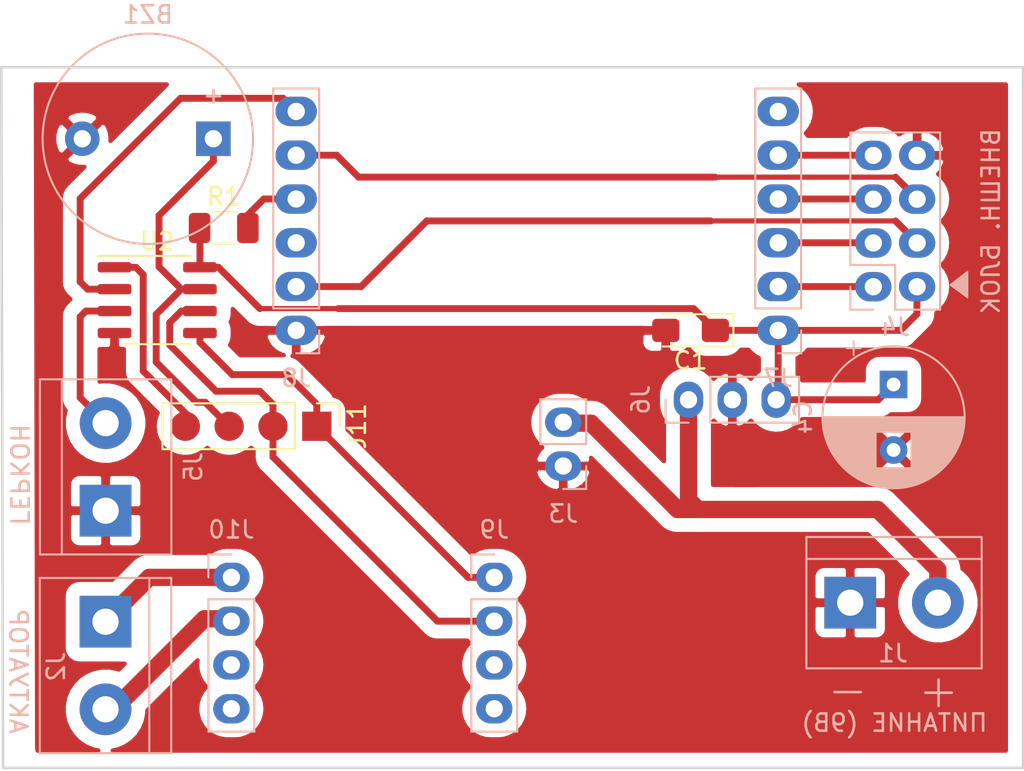
<source format=kicad_pcb>
(kicad_pcb (version 20171130) (host pcbnew "(5.1.4-0-10_14)")

  (general
    (thickness 1.6)
    (drawings 11)
    (tracks 95)
    (zones 0)
    (modules 16)
    (nets 19)
  )

  (page A4)
  (layers
    (0 F.Cu signal)
    (31 B.Cu signal)
    (32 B.Adhes user)
    (33 F.Adhes user)
    (34 B.Paste user)
    (35 F.Paste user)
    (36 B.SilkS user)
    (37 F.SilkS user)
    (38 B.Mask user)
    (39 F.Mask user)
    (40 Dwgs.User user)
    (41 Cmts.User user)
    (42 Eco1.User user)
    (43 Eco2.User user)
    (44 Edge.Cuts user)
    (45 Margin user)
    (46 B.CrtYd user)
    (47 F.CrtYd user)
    (48 B.Fab user)
    (49 F.Fab user)
  )

  (setup
    (last_trace_width 0.4)
    (trace_clearance 0.2)
    (zone_clearance 0.8)
    (zone_45_only no)
    (trace_min 0.2)
    (via_size 0.8)
    (via_drill 0.4)
    (via_min_size 0.4)
    (via_min_drill 0.3)
    (uvia_size 0.3)
    (uvia_drill 0.1)
    (uvias_allowed no)
    (uvia_min_size 0.2)
    (uvia_min_drill 0.1)
    (edge_width 0.15)
    (segment_width 0.2)
    (pcb_text_width 0.3)
    (pcb_text_size 1.5 1.5)
    (mod_edge_width 0.15)
    (mod_text_size 1 1)
    (mod_text_width 0.15)
    (pad_size 2.1 1.7)
    (pad_drill 1)
    (pad_to_mask_clearance 0.051)
    (solder_mask_min_width 0.25)
    (aux_axis_origin 0 0)
    (visible_elements FFFFFF7F)
    (pcbplotparams
      (layerselection 0x010fc_ffffffff)
      (usegerberextensions false)
      (usegerberattributes false)
      (usegerberadvancedattributes false)
      (creategerberjobfile false)
      (excludeedgelayer true)
      (linewidth 0.100000)
      (plotframeref false)
      (viasonmask false)
      (mode 1)
      (useauxorigin false)
      (hpglpennumber 1)
      (hpglpenspeed 20)
      (hpglpendiameter 15.000000)
      (psnegative false)
      (psa4output false)
      (plotreference true)
      (plotvalue true)
      (plotinvisibletext false)
      (padsonsilk false)
      (subtractmaskfromsilk false)
      (outputformat 4)
      (mirror false)
      (drillshape 2)
      (scaleselection 1)
      (outputdirectory "PSD"))
  )

  (net 0 "")
  (net 1 +3V3)
  (net 2 GND)
  (net 3 GPIO5)
  (net 4 GPIO4)
  (net 5 MOSI)
  (net 6 MISO)
  (net 7 SCK)
  (net 8 GPIO16)
  (net 9 BUZZER)
  (net 10 +9V)
  (net 11 MTR-)
  (net 12 MTR+)
  (net 13 DOOR_SW)
  (net 14 HCS)
  (net 15 "Net-(J8-Pad4)")
  (net 16 MTR_IN_2)
  (net 17 MTR_IN_1)
  (net 18 RESET)

  (net_class Default "This is the default net class."
    (clearance 0.2)
    (trace_width 0.4)
    (via_dia 0.8)
    (via_drill 0.4)
    (uvia_dia 0.3)
    (uvia_drill 0.1)
    (add_net BUZZER)
    (add_net DOOR_SW)
    (add_net GND)
    (add_net GPIO16)
    (add_net GPIO4)
    (add_net GPIO5)
    (add_net HCS)
    (add_net MISO)
    (add_net MOSI)
    (add_net MTR_IN_1)
    (add_net MTR_IN_2)
    (add_net "Net-(J8-Pad4)")
    (add_net RESET)
    (add_net SCK)
  )

  (net_class +3V3 ""
    (clearance 0.2)
    (trace_width 0.4)
    (via_dia 0.8)
    (via_drill 0.4)
    (uvia_dia 0.3)
    (uvia_drill 0.1)
    (add_net +3V3)
  )

  (net_class 9V ""
    (clearance 0.2)
    (trace_width 1)
    (via_dia 0.8)
    (via_drill 0.4)
    (uvia_dia 0.3)
    (uvia_drill 0.1)
    (add_net +9V)
    (add_net MTR+)
    (add_net MTR-)
  )

  (module Connector_PinHeader_2.54mm:PinHeader_1x04_P2.54mm_Vertical (layer F.Cu) (tedit 5D94BD43) (tstamp 5D951378)
    (at 66.548 56.388 270)
    (descr "Through hole straight pin header, 1x04, 2.54mm pitch, single row")
    (tags "Through hole pin header THT 1x04 2.54mm single row")
    (path /5D94C648)
    (fp_text reference J11 (at 0 -2.33 90) (layer F.SilkS)
      (effects (font (size 1 1) (thickness 0.15)))
    )
    (fp_text value Conn_01x04 (at 0 9.95 90) (layer F.Fab)
      (effects (font (size 1 1) (thickness 0.15)))
    )
    (fp_text user %R (at 0 3.81) (layer F.Fab)
      (effects (font (size 1 1) (thickness 0.15)))
    )
    (fp_line (start 1.8 -1.8) (end -1.8 -1.8) (layer F.CrtYd) (width 0.05))
    (fp_line (start 1.8 9.4) (end 1.8 -1.8) (layer F.CrtYd) (width 0.05))
    (fp_line (start -1.8 9.4) (end 1.8 9.4) (layer F.CrtYd) (width 0.05))
    (fp_line (start -1.8 -1.8) (end -1.8 9.4) (layer F.CrtYd) (width 0.05))
    (fp_line (start -1.33 -1.33) (end 0 -1.33) (layer F.SilkS) (width 0.12))
    (fp_line (start -1.33 0) (end -1.33 -1.33) (layer F.SilkS) (width 0.12))
    (fp_line (start -1.33 1.27) (end 1.33 1.27) (layer F.SilkS) (width 0.12))
    (fp_line (start 1.33 1.27) (end 1.33 8.95) (layer F.SilkS) (width 0.12))
    (fp_line (start -1.33 1.27) (end -1.33 8.95) (layer F.SilkS) (width 0.12))
    (fp_line (start -1.33 8.95) (end 1.33 8.95) (layer F.SilkS) (width 0.12))
    (fp_line (start -1.27 -0.635) (end -0.635 -1.27) (layer F.Fab) (width 0.1))
    (fp_line (start -1.27 8.89) (end -1.27 -0.635) (layer F.Fab) (width 0.1))
    (fp_line (start 1.27 8.89) (end -1.27 8.89) (layer F.Fab) (width 0.1))
    (fp_line (start 1.27 -1.27) (end 1.27 8.89) (layer F.Fab) (width 0.1))
    (fp_line (start -0.635 -1.27) (end 1.27 -1.27) (layer F.Fab) (width 0.1))
    (pad 4 smd oval (at 0 7.62 270) (size 1.7 1.7) (layers F.Cu F.Paste F.Mask)
      (net 18 RESET))
    (pad 3 smd oval (at 0 5.08 270) (size 1.7 1.7) (layers F.Cu F.Paste F.Mask)
      (net 9 BUZZER))
    (pad 2 smd oval (at 0 2.54 270) (size 1.7 1.7) (layers F.Cu F.Paste F.Mask)
      (net 16 MTR_IN_2))
    (pad 1 smd rect (at 0 0 270) (size 1.7 1.7) (layers F.Cu F.Paste F.Mask)
      (net 17 MTR_IN_1))
  )

  (module Connector_PinHeader_2.54mm:PinHeader_2x04_P2.54mm_Vertical (layer B.Cu) (tedit 5D957979) (tstamp 5D951C88)
    (at 98.80854 48.29556)
    (descr "Through hole straight pin header, 2x04, 2.54mm pitch, double rows")
    (tags "Through hole pin header THT 2x04 2.54mm double row")
    (path /5D98DED4)
    (fp_text reference J4 (at 1.27 2.33) (layer B.SilkS)
      (effects (font (size 1 1) (thickness 0.15)) (justify mirror))
    )
    (fp_text value SPEAKER_UNIT (at 1.27 -9.95) (layer B.Fab)
      (effects (font (size 1 1) (thickness 0.15)) (justify mirror))
    )
    (fp_text user %R (at 1.27 -3.81 -90) (layer B.Fab)
      (effects (font (size 1 1) (thickness 0.15)) (justify mirror))
    )
    (fp_line (start 4.35 1.8) (end -1.8 1.8) (layer B.CrtYd) (width 0.05))
    (fp_line (start 4.35 -9.4) (end 4.35 1.8) (layer B.CrtYd) (width 0.05))
    (fp_line (start -1.8 -9.4) (end 4.35 -9.4) (layer B.CrtYd) (width 0.05))
    (fp_line (start -1.8 1.8) (end -1.8 -9.4) (layer B.CrtYd) (width 0.05))
    (fp_line (start -1.33 1.33) (end 0 1.33) (layer B.SilkS) (width 0.12))
    (fp_line (start -1.33 0) (end -1.33 1.33) (layer B.SilkS) (width 0.12))
    (fp_line (start 1.27 1.33) (end 3.87 1.33) (layer B.SilkS) (width 0.12))
    (fp_line (start 1.27 -1.27) (end 1.27 1.33) (layer B.SilkS) (width 0.12))
    (fp_line (start -1.33 -1.27) (end 1.27 -1.27) (layer B.SilkS) (width 0.12))
    (fp_line (start 3.87 1.33) (end 3.87 -8.95) (layer B.SilkS) (width 0.12))
    (fp_line (start -1.33 -1.27) (end -1.33 -8.95) (layer B.SilkS) (width 0.12))
    (fp_line (start -1.33 -8.95) (end 3.87 -8.95) (layer B.SilkS) (width 0.12))
    (fp_line (start -1.27 0) (end 0 1.27) (layer B.Fab) (width 0.1))
    (fp_line (start -1.27 -8.89) (end -1.27 0) (layer B.Fab) (width 0.1))
    (fp_line (start 3.81 -8.89) (end -1.27 -8.89) (layer B.Fab) (width 0.1))
    (fp_line (start 3.81 1.27) (end 3.81 -8.89) (layer B.Fab) (width 0.1))
    (fp_line (start 0 1.27) (end 3.81 1.27) (layer B.Fab) (width 0.1))
    (pad 8 thru_hole oval (at 2.54 -7.62) (size 2.1 1.7) (drill 1) (layers *.Cu *.Mask)
      (net 2 GND))
    (pad 7 thru_hole oval (at 0 -7.62) (size 2.1 1.7) (drill 1) (layers *.Cu *.Mask)
      (net 8 GPIO16))
    (pad 6 thru_hole oval (at 2.54 -5.08) (size 2.1 1.7) (drill 1) (layers *.Cu *.Mask)
      (net 4 GPIO4))
    (pad 5 thru_hole oval (at 0 -5.08) (size 2.1 1.7) (drill 1) (layers *.Cu *.Mask)
      (net 7 SCK))
    (pad 4 thru_hole oval (at 2.54 -2.54) (size 2.1 1.7) (drill 1) (layers *.Cu *.Mask)
      (net 14 HCS))
    (pad 3 thru_hole oval (at 0 -2.54) (size 2.1 1.7) (drill 1) (layers *.Cu *.Mask)
      (net 6 MISO))
    (pad 2 thru_hole oval (at 2.54 0) (size 2.1 1.7) (drill 1) (layers *.Cu *.Mask)
      (net 1 +3V3))
    (pad 1 thru_hole oval (at 0 0) (size 2.1 1.7) (drill 1) (layers *.Cu *.Mask)
      (net 5 MOSI))
    (model ${KISYS3DMOD}/Connector_PinHeader_2.54mm.3dshapes/PinHeader_2x04_P2.54mm_Vertical.wrl
      (at (xyz 0 0 0))
      (scale (xyz 1 1 1))
      (rotate (xyz 0 0 0))
    )
  )

  (module Resistor_SMD:R_1206_3216Metric (layer F.Cu) (tedit 5B301BBD) (tstamp 5D955FB2)
    (at 61.15304 44.88688)
    (descr "Resistor SMD 1206 (3216 Metric), square (rectangular) end terminal, IPC_7351 nominal, (Body size source: http://www.tortai-tech.com/upload/download/2011102023233369053.pdf), generated with kicad-footprint-generator")
    (tags resistor)
    (path /5D9DCAA0)
    (attr smd)
    (fp_text reference R1 (at 0 -1.82) (layer F.SilkS)
      (effects (font (size 1 1) (thickness 0.15)))
    )
    (fp_text value R_Small (at 0 1.82) (layer F.Fab)
      (effects (font (size 1 1) (thickness 0.15)))
    )
    (fp_text user %R (at 0 0) (layer F.Fab)
      (effects (font (size 0.8 0.8) (thickness 0.12)))
    )
    (fp_line (start 2.28 1.12) (end -2.28 1.12) (layer F.CrtYd) (width 0.05))
    (fp_line (start 2.28 -1.12) (end 2.28 1.12) (layer F.CrtYd) (width 0.05))
    (fp_line (start -2.28 -1.12) (end 2.28 -1.12) (layer F.CrtYd) (width 0.05))
    (fp_line (start -2.28 1.12) (end -2.28 -1.12) (layer F.CrtYd) (width 0.05))
    (fp_line (start -0.602064 0.91) (end 0.602064 0.91) (layer F.SilkS) (width 0.12))
    (fp_line (start -0.602064 -0.91) (end 0.602064 -0.91) (layer F.SilkS) (width 0.12))
    (fp_line (start 1.6 0.8) (end -1.6 0.8) (layer F.Fab) (width 0.1))
    (fp_line (start 1.6 -0.8) (end 1.6 0.8) (layer F.Fab) (width 0.1))
    (fp_line (start -1.6 -0.8) (end 1.6 -0.8) (layer F.Fab) (width 0.1))
    (fp_line (start -1.6 0.8) (end -1.6 -0.8) (layer F.Fab) (width 0.1))
    (pad 2 smd roundrect (at 1.4 0) (size 1.25 1.75) (layers F.Cu F.Paste F.Mask) (roundrect_rratio 0.2)
      (net 15 "Net-(J8-Pad4)"))
    (pad 1 smd roundrect (at -1.4 0) (size 1.25 1.75) (layers F.Cu F.Paste F.Mask) (roundrect_rratio 0.2)
      (net 1 +3V3))
    (model ${KISYS3DMOD}/Resistor_SMD.3dshapes/R_1206_3216Metric.wrl
      (at (xyz 0 0 0))
      (scale (xyz 1 1 1))
      (rotate (xyz 0 0 0))
    )
  )

  (module Connector_PinSocket_2.54mm:PinSocket_1x03_P2.54mm_Vertical (layer B.Cu) (tedit 5A19A429) (tstamp 5D954412)
    (at 88.09482 54.84876 270)
    (descr "Through hole straight socket strip, 1x03, 2.54mm pitch, single row (from Kicad 4.0.7), script generated")
    (tags "Through hole socket strip THT 1x03 2.54mm single row")
    (path /5D9C1E7B)
    (fp_text reference J6 (at 0 2.77 90) (layer B.SilkS)
      (effects (font (size 1 1) (thickness 0.15)) (justify mirror))
    )
    (fp_text value DC-DC (at 0 -7.85 90) (layer B.Fab)
      (effects (font (size 1 1) (thickness 0.15)) (justify mirror))
    )
    (fp_text user %R (at 0 -2.54 180) (layer B.Fab)
      (effects (font (size 1 1) (thickness 0.15)) (justify mirror))
    )
    (fp_line (start -1.8 -6.85) (end -1.8 1.8) (layer B.CrtYd) (width 0.05))
    (fp_line (start 1.75 -6.85) (end -1.8 -6.85) (layer B.CrtYd) (width 0.05))
    (fp_line (start 1.75 1.8) (end 1.75 -6.85) (layer B.CrtYd) (width 0.05))
    (fp_line (start -1.8 1.8) (end 1.75 1.8) (layer B.CrtYd) (width 0.05))
    (fp_line (start 0 1.33) (end 1.33 1.33) (layer B.SilkS) (width 0.12))
    (fp_line (start 1.33 1.33) (end 1.33 0) (layer B.SilkS) (width 0.12))
    (fp_line (start 1.33 -1.27) (end 1.33 -6.41) (layer B.SilkS) (width 0.12))
    (fp_line (start -1.33 -6.41) (end 1.33 -6.41) (layer B.SilkS) (width 0.12))
    (fp_line (start -1.33 -1.27) (end -1.33 -6.41) (layer B.SilkS) (width 0.12))
    (fp_line (start -1.33 -1.27) (end 1.33 -1.27) (layer B.SilkS) (width 0.12))
    (fp_line (start -1.27 -6.35) (end -1.27 1.27) (layer B.Fab) (width 0.1))
    (fp_line (start 1.27 -6.35) (end -1.27 -6.35) (layer B.Fab) (width 0.1))
    (fp_line (start 1.27 0.635) (end 1.27 -6.35) (layer B.Fab) (width 0.1))
    (fp_line (start 0.635 1.27) (end 1.27 0.635) (layer B.Fab) (width 0.1))
    (fp_line (start -1.27 1.27) (end 0.635 1.27) (layer B.Fab) (width 0.1))
    (pad 3 thru_hole oval (at 0 -5.08 270) (size 2.1 1.7) (drill 1) (layers *.Cu *.Mask)
      (net 1 +3V3))
    (pad 2 thru_hole oval (at 0 -2.54 270) (size 2.1 1.7) (drill 1) (layers *.Cu *.Mask)
      (net 2 GND))
    (pad 1 thru_hole oval (at 0 0 270) (size 2.1 1.7) (drill 1) (layers *.Cu *.Mask)
      (net 10 +9V))
    (model ${KISYS3DMOD}/Connector_PinSocket_2.54mm.3dshapes/PinSocket_1x03_P2.54mm_Vertical.wrl
      (at (xyz 0 0 0))
      (scale (xyz 1 1 1))
      (rotate (xyz 0 0 0))
    )
  )

  (module Capacitor_THT:CP_Radial_D8.0mm_P3.80mm (layer B.Cu) (tedit 5AE50EF0) (tstamp 5D951A52)
    (at 99.98202 53.96484 270)
    (descr "CP, Radial series, Radial, pin pitch=3.80mm, , diameter=8mm, Electrolytic Capacitor")
    (tags "CP Radial series Radial pin pitch 3.80mm  diameter 8mm Electrolytic Capacitor")
    (path /5D965EB5)
    (fp_text reference C4 (at 1.9 5.25 90) (layer B.SilkS)
      (effects (font (size 1 1) (thickness 0.15)) (justify mirror))
    )
    (fp_text value 470uF (at 1.9 -5.25 90) (layer B.Fab)
      (effects (font (size 1 1) (thickness 0.15)) (justify mirror))
    )
    (fp_text user %R (at 1.9 0 90) (layer B.Fab)
      (effects (font (size 1 1) (thickness 0.15)) (justify mirror))
    )
    (fp_line (start -2.109698 2.715) (end -2.109698 1.915) (layer B.SilkS) (width 0.12))
    (fp_line (start -2.509698 2.315) (end -1.709698 2.315) (layer B.SilkS) (width 0.12))
    (fp_line (start 5.981 0.533) (end 5.981 -0.533) (layer B.SilkS) (width 0.12))
    (fp_line (start 5.941 0.768) (end 5.941 -0.768) (layer B.SilkS) (width 0.12))
    (fp_line (start 5.901 0.948) (end 5.901 -0.948) (layer B.SilkS) (width 0.12))
    (fp_line (start 5.861 1.098) (end 5.861 -1.098) (layer B.SilkS) (width 0.12))
    (fp_line (start 5.821 1.229) (end 5.821 -1.229) (layer B.SilkS) (width 0.12))
    (fp_line (start 5.781 1.346) (end 5.781 -1.346) (layer B.SilkS) (width 0.12))
    (fp_line (start 5.741 1.453) (end 5.741 -1.453) (layer B.SilkS) (width 0.12))
    (fp_line (start 5.701 1.552) (end 5.701 -1.552) (layer B.SilkS) (width 0.12))
    (fp_line (start 5.661 1.645) (end 5.661 -1.645) (layer B.SilkS) (width 0.12))
    (fp_line (start 5.621 1.731) (end 5.621 -1.731) (layer B.SilkS) (width 0.12))
    (fp_line (start 5.581 1.813) (end 5.581 -1.813) (layer B.SilkS) (width 0.12))
    (fp_line (start 5.541 1.89) (end 5.541 -1.89) (layer B.SilkS) (width 0.12))
    (fp_line (start 5.501 1.964) (end 5.501 -1.964) (layer B.SilkS) (width 0.12))
    (fp_line (start 5.461 2.034) (end 5.461 -2.034) (layer B.SilkS) (width 0.12))
    (fp_line (start 5.421 2.102) (end 5.421 -2.102) (layer B.SilkS) (width 0.12))
    (fp_line (start 5.381 2.166) (end 5.381 -2.166) (layer B.SilkS) (width 0.12))
    (fp_line (start 5.341 2.228) (end 5.341 -2.228) (layer B.SilkS) (width 0.12))
    (fp_line (start 5.301 2.287) (end 5.301 -2.287) (layer B.SilkS) (width 0.12))
    (fp_line (start 5.261 2.345) (end 5.261 -2.345) (layer B.SilkS) (width 0.12))
    (fp_line (start 5.221 2.4) (end 5.221 -2.4) (layer B.SilkS) (width 0.12))
    (fp_line (start 5.181 2.454) (end 5.181 -2.454) (layer B.SilkS) (width 0.12))
    (fp_line (start 5.141 2.505) (end 5.141 -2.505) (layer B.SilkS) (width 0.12))
    (fp_line (start 5.101 2.556) (end 5.101 -2.556) (layer B.SilkS) (width 0.12))
    (fp_line (start 5.061 2.604) (end 5.061 -2.604) (layer B.SilkS) (width 0.12))
    (fp_line (start 5.021 2.651) (end 5.021 -2.651) (layer B.SilkS) (width 0.12))
    (fp_line (start 4.981 2.697) (end 4.981 -2.697) (layer B.SilkS) (width 0.12))
    (fp_line (start 4.941 2.741) (end 4.941 -2.741) (layer B.SilkS) (width 0.12))
    (fp_line (start 4.901 2.784) (end 4.901 -2.784) (layer B.SilkS) (width 0.12))
    (fp_line (start 4.861 2.826) (end 4.861 -2.826) (layer B.SilkS) (width 0.12))
    (fp_line (start 4.821 -1.04) (end 4.821 -2.867) (layer B.SilkS) (width 0.12))
    (fp_line (start 4.821 2.867) (end 4.821 1.04) (layer B.SilkS) (width 0.12))
    (fp_line (start 4.781 -1.04) (end 4.781 -2.907) (layer B.SilkS) (width 0.12))
    (fp_line (start 4.781 2.907) (end 4.781 1.04) (layer B.SilkS) (width 0.12))
    (fp_line (start 4.741 -1.04) (end 4.741 -2.945) (layer B.SilkS) (width 0.12))
    (fp_line (start 4.741 2.945) (end 4.741 1.04) (layer B.SilkS) (width 0.12))
    (fp_line (start 4.701 -1.04) (end 4.701 -2.983) (layer B.SilkS) (width 0.12))
    (fp_line (start 4.701 2.983) (end 4.701 1.04) (layer B.SilkS) (width 0.12))
    (fp_line (start 4.661 -1.04) (end 4.661 -3.019) (layer B.SilkS) (width 0.12))
    (fp_line (start 4.661 3.019) (end 4.661 1.04) (layer B.SilkS) (width 0.12))
    (fp_line (start 4.621 -1.04) (end 4.621 -3.055) (layer B.SilkS) (width 0.12))
    (fp_line (start 4.621 3.055) (end 4.621 1.04) (layer B.SilkS) (width 0.12))
    (fp_line (start 4.581 -1.04) (end 4.581 -3.09) (layer B.SilkS) (width 0.12))
    (fp_line (start 4.581 3.09) (end 4.581 1.04) (layer B.SilkS) (width 0.12))
    (fp_line (start 4.541 -1.04) (end 4.541 -3.124) (layer B.SilkS) (width 0.12))
    (fp_line (start 4.541 3.124) (end 4.541 1.04) (layer B.SilkS) (width 0.12))
    (fp_line (start 4.501 -1.04) (end 4.501 -3.156) (layer B.SilkS) (width 0.12))
    (fp_line (start 4.501 3.156) (end 4.501 1.04) (layer B.SilkS) (width 0.12))
    (fp_line (start 4.461 -1.04) (end 4.461 -3.189) (layer B.SilkS) (width 0.12))
    (fp_line (start 4.461 3.189) (end 4.461 1.04) (layer B.SilkS) (width 0.12))
    (fp_line (start 4.421 -1.04) (end 4.421 -3.22) (layer B.SilkS) (width 0.12))
    (fp_line (start 4.421 3.22) (end 4.421 1.04) (layer B.SilkS) (width 0.12))
    (fp_line (start 4.381 -1.04) (end 4.381 -3.25) (layer B.SilkS) (width 0.12))
    (fp_line (start 4.381 3.25) (end 4.381 1.04) (layer B.SilkS) (width 0.12))
    (fp_line (start 4.341 -1.04) (end 4.341 -3.28) (layer B.SilkS) (width 0.12))
    (fp_line (start 4.341 3.28) (end 4.341 1.04) (layer B.SilkS) (width 0.12))
    (fp_line (start 4.301 -1.04) (end 4.301 -3.309) (layer B.SilkS) (width 0.12))
    (fp_line (start 4.301 3.309) (end 4.301 1.04) (layer B.SilkS) (width 0.12))
    (fp_line (start 4.261 -1.04) (end 4.261 -3.338) (layer B.SilkS) (width 0.12))
    (fp_line (start 4.261 3.338) (end 4.261 1.04) (layer B.SilkS) (width 0.12))
    (fp_line (start 4.221 -1.04) (end 4.221 -3.365) (layer B.SilkS) (width 0.12))
    (fp_line (start 4.221 3.365) (end 4.221 1.04) (layer B.SilkS) (width 0.12))
    (fp_line (start 4.181 -1.04) (end 4.181 -3.392) (layer B.SilkS) (width 0.12))
    (fp_line (start 4.181 3.392) (end 4.181 1.04) (layer B.SilkS) (width 0.12))
    (fp_line (start 4.141 -1.04) (end 4.141 -3.418) (layer B.SilkS) (width 0.12))
    (fp_line (start 4.141 3.418) (end 4.141 1.04) (layer B.SilkS) (width 0.12))
    (fp_line (start 4.101 -1.04) (end 4.101 -3.444) (layer B.SilkS) (width 0.12))
    (fp_line (start 4.101 3.444) (end 4.101 1.04) (layer B.SilkS) (width 0.12))
    (fp_line (start 4.061 -1.04) (end 4.061 -3.469) (layer B.SilkS) (width 0.12))
    (fp_line (start 4.061 3.469) (end 4.061 1.04) (layer B.SilkS) (width 0.12))
    (fp_line (start 4.021 -1.04) (end 4.021 -3.493) (layer B.SilkS) (width 0.12))
    (fp_line (start 4.021 3.493) (end 4.021 1.04) (layer B.SilkS) (width 0.12))
    (fp_line (start 3.981 -1.04) (end 3.981 -3.517) (layer B.SilkS) (width 0.12))
    (fp_line (start 3.981 3.517) (end 3.981 1.04) (layer B.SilkS) (width 0.12))
    (fp_line (start 3.941 -1.04) (end 3.941 -3.54) (layer B.SilkS) (width 0.12))
    (fp_line (start 3.941 3.54) (end 3.941 1.04) (layer B.SilkS) (width 0.12))
    (fp_line (start 3.901 -1.04) (end 3.901 -3.562) (layer B.SilkS) (width 0.12))
    (fp_line (start 3.901 3.562) (end 3.901 1.04) (layer B.SilkS) (width 0.12))
    (fp_line (start 3.861 -1.04) (end 3.861 -3.584) (layer B.SilkS) (width 0.12))
    (fp_line (start 3.861 3.584) (end 3.861 1.04) (layer B.SilkS) (width 0.12))
    (fp_line (start 3.821 -1.04) (end 3.821 -3.606) (layer B.SilkS) (width 0.12))
    (fp_line (start 3.821 3.606) (end 3.821 1.04) (layer B.SilkS) (width 0.12))
    (fp_line (start 3.781 -1.04) (end 3.781 -3.627) (layer B.SilkS) (width 0.12))
    (fp_line (start 3.781 3.627) (end 3.781 1.04) (layer B.SilkS) (width 0.12))
    (fp_line (start 3.741 -1.04) (end 3.741 -3.647) (layer B.SilkS) (width 0.12))
    (fp_line (start 3.741 3.647) (end 3.741 1.04) (layer B.SilkS) (width 0.12))
    (fp_line (start 3.701 -1.04) (end 3.701 -3.666) (layer B.SilkS) (width 0.12))
    (fp_line (start 3.701 3.666) (end 3.701 1.04) (layer B.SilkS) (width 0.12))
    (fp_line (start 3.661 -1.04) (end 3.661 -3.686) (layer B.SilkS) (width 0.12))
    (fp_line (start 3.661 3.686) (end 3.661 1.04) (layer B.SilkS) (width 0.12))
    (fp_line (start 3.621 -1.04) (end 3.621 -3.704) (layer B.SilkS) (width 0.12))
    (fp_line (start 3.621 3.704) (end 3.621 1.04) (layer B.SilkS) (width 0.12))
    (fp_line (start 3.581 -1.04) (end 3.581 -3.722) (layer B.SilkS) (width 0.12))
    (fp_line (start 3.581 3.722) (end 3.581 1.04) (layer B.SilkS) (width 0.12))
    (fp_line (start 3.541 -1.04) (end 3.541 -3.74) (layer B.SilkS) (width 0.12))
    (fp_line (start 3.541 3.74) (end 3.541 1.04) (layer B.SilkS) (width 0.12))
    (fp_line (start 3.501 -1.04) (end 3.501 -3.757) (layer B.SilkS) (width 0.12))
    (fp_line (start 3.501 3.757) (end 3.501 1.04) (layer B.SilkS) (width 0.12))
    (fp_line (start 3.461 -1.04) (end 3.461 -3.774) (layer B.SilkS) (width 0.12))
    (fp_line (start 3.461 3.774) (end 3.461 1.04) (layer B.SilkS) (width 0.12))
    (fp_line (start 3.421 -1.04) (end 3.421 -3.79) (layer B.SilkS) (width 0.12))
    (fp_line (start 3.421 3.79) (end 3.421 1.04) (layer B.SilkS) (width 0.12))
    (fp_line (start 3.381 -1.04) (end 3.381 -3.805) (layer B.SilkS) (width 0.12))
    (fp_line (start 3.381 3.805) (end 3.381 1.04) (layer B.SilkS) (width 0.12))
    (fp_line (start 3.341 -1.04) (end 3.341 -3.821) (layer B.SilkS) (width 0.12))
    (fp_line (start 3.341 3.821) (end 3.341 1.04) (layer B.SilkS) (width 0.12))
    (fp_line (start 3.301 -1.04) (end 3.301 -3.835) (layer B.SilkS) (width 0.12))
    (fp_line (start 3.301 3.835) (end 3.301 1.04) (layer B.SilkS) (width 0.12))
    (fp_line (start 3.261 -1.04) (end 3.261 -3.85) (layer B.SilkS) (width 0.12))
    (fp_line (start 3.261 3.85) (end 3.261 1.04) (layer B.SilkS) (width 0.12))
    (fp_line (start 3.221 -1.04) (end 3.221 -3.863) (layer B.SilkS) (width 0.12))
    (fp_line (start 3.221 3.863) (end 3.221 1.04) (layer B.SilkS) (width 0.12))
    (fp_line (start 3.181 -1.04) (end 3.181 -3.877) (layer B.SilkS) (width 0.12))
    (fp_line (start 3.181 3.877) (end 3.181 1.04) (layer B.SilkS) (width 0.12))
    (fp_line (start 3.141 -1.04) (end 3.141 -3.889) (layer B.SilkS) (width 0.12))
    (fp_line (start 3.141 3.889) (end 3.141 1.04) (layer B.SilkS) (width 0.12))
    (fp_line (start 3.101 -1.04) (end 3.101 -3.902) (layer B.SilkS) (width 0.12))
    (fp_line (start 3.101 3.902) (end 3.101 1.04) (layer B.SilkS) (width 0.12))
    (fp_line (start 3.061 -1.04) (end 3.061 -3.914) (layer B.SilkS) (width 0.12))
    (fp_line (start 3.061 3.914) (end 3.061 1.04) (layer B.SilkS) (width 0.12))
    (fp_line (start 3.021 -1.04) (end 3.021 -3.925) (layer B.SilkS) (width 0.12))
    (fp_line (start 3.021 3.925) (end 3.021 1.04) (layer B.SilkS) (width 0.12))
    (fp_line (start 2.981 -1.04) (end 2.981 -3.936) (layer B.SilkS) (width 0.12))
    (fp_line (start 2.981 3.936) (end 2.981 1.04) (layer B.SilkS) (width 0.12))
    (fp_line (start 2.941 -1.04) (end 2.941 -3.947) (layer B.SilkS) (width 0.12))
    (fp_line (start 2.941 3.947) (end 2.941 1.04) (layer B.SilkS) (width 0.12))
    (fp_line (start 2.901 -1.04) (end 2.901 -3.957) (layer B.SilkS) (width 0.12))
    (fp_line (start 2.901 3.957) (end 2.901 1.04) (layer B.SilkS) (width 0.12))
    (fp_line (start 2.861 -1.04) (end 2.861 -3.967) (layer B.SilkS) (width 0.12))
    (fp_line (start 2.861 3.967) (end 2.861 1.04) (layer B.SilkS) (width 0.12))
    (fp_line (start 2.821 -1.04) (end 2.821 -3.976) (layer B.SilkS) (width 0.12))
    (fp_line (start 2.821 3.976) (end 2.821 1.04) (layer B.SilkS) (width 0.12))
    (fp_line (start 2.781 -1.04) (end 2.781 -3.985) (layer B.SilkS) (width 0.12))
    (fp_line (start 2.781 3.985) (end 2.781 1.04) (layer B.SilkS) (width 0.12))
    (fp_line (start 2.741 3.994) (end 2.741 -3.994) (layer B.SilkS) (width 0.12))
    (fp_line (start 2.701 4.002) (end 2.701 -4.002) (layer B.SilkS) (width 0.12))
    (fp_line (start 2.661 4.01) (end 2.661 -4.01) (layer B.SilkS) (width 0.12))
    (fp_line (start 2.621 4.017) (end 2.621 -4.017) (layer B.SilkS) (width 0.12))
    (fp_line (start 2.58 4.024) (end 2.58 -4.024) (layer B.SilkS) (width 0.12))
    (fp_line (start 2.54 4.03) (end 2.54 -4.03) (layer B.SilkS) (width 0.12))
    (fp_line (start 2.5 4.037) (end 2.5 -4.037) (layer B.SilkS) (width 0.12))
    (fp_line (start 2.46 4.042) (end 2.46 -4.042) (layer B.SilkS) (width 0.12))
    (fp_line (start 2.42 4.048) (end 2.42 -4.048) (layer B.SilkS) (width 0.12))
    (fp_line (start 2.38 4.052) (end 2.38 -4.052) (layer B.SilkS) (width 0.12))
    (fp_line (start 2.34 4.057) (end 2.34 -4.057) (layer B.SilkS) (width 0.12))
    (fp_line (start 2.3 4.061) (end 2.3 -4.061) (layer B.SilkS) (width 0.12))
    (fp_line (start 2.26 4.065) (end 2.26 -4.065) (layer B.SilkS) (width 0.12))
    (fp_line (start 2.22 4.068) (end 2.22 -4.068) (layer B.SilkS) (width 0.12))
    (fp_line (start 2.18 4.071) (end 2.18 -4.071) (layer B.SilkS) (width 0.12))
    (fp_line (start 2.14 4.074) (end 2.14 -4.074) (layer B.SilkS) (width 0.12))
    (fp_line (start 2.1 4.076) (end 2.1 -4.076) (layer B.SilkS) (width 0.12))
    (fp_line (start 2.06 4.077) (end 2.06 -4.077) (layer B.SilkS) (width 0.12))
    (fp_line (start 2.02 4.079) (end 2.02 -4.079) (layer B.SilkS) (width 0.12))
    (fp_line (start 1.98 4.08) (end 1.98 -4.08) (layer B.SilkS) (width 0.12))
    (fp_line (start 1.94 4.08) (end 1.94 -4.08) (layer B.SilkS) (width 0.12))
    (fp_line (start 1.9 4.08) (end 1.9 -4.08) (layer B.SilkS) (width 0.12))
    (fp_line (start -1.126759 2.1475) (end -1.126759 1.3475) (layer B.Fab) (width 0.1))
    (fp_line (start -1.526759 1.7475) (end -0.726759 1.7475) (layer B.Fab) (width 0.1))
    (fp_circle (center 1.9 0) (end 6.15 0) (layer B.CrtYd) (width 0.05))
    (fp_circle (center 1.9 0) (end 6.02 0) (layer B.SilkS) (width 0.12))
    (fp_circle (center 1.9 0) (end 5.9 0) (layer B.Fab) (width 0.1))
    (pad 2 thru_hole circle (at 3.8 0 270) (size 1.6 1.6) (drill 0.8) (layers *.Cu *.Mask)
      (net 2 GND))
    (pad 1 thru_hole rect (at 0 0 270) (size 1.6 1.6) (drill 0.8) (layers *.Cu *.Mask)
      (net 1 +3V3))
    (model ${KISYS3DMOD}/Capacitor_THT.3dshapes/CP_Radial_D8.0mm_P3.80mm.wrl
      (at (xyz 0 0 0))
      (scale (xyz 1 1 1))
      (rotate (xyz 0 0 0))
    )
  )

  (module Connector_PinSocket_2.54mm:PinSocket_1x02_P2.54mm_Vertical (layer B.Cu) (tedit 5A19A420) (tstamp 5D951C41)
    (at 80.835 58.69354)
    (descr "Through hole straight socket strip, 1x02, 2.54mm pitch, single row (from Kicad 4.0.7), script generated")
    (tags "Through hole socket strip THT 1x02 2.54mm single row")
    (path /5D96BCE9)
    (fp_text reference J3 (at 0 2.77) (layer B.SilkS)
      (effects (font (size 1 1) (thickness 0.15)) (justify mirror))
    )
    (fp_text value MTR_PWR (at 0 -5.31) (layer B.Fab)
      (effects (font (size 1 1) (thickness 0.15)) (justify mirror))
    )
    (fp_text user %R (at 0 -1.27 -90) (layer B.Fab)
      (effects (font (size 1 1) (thickness 0.15)) (justify mirror))
    )
    (fp_line (start -1.8 -4.3) (end -1.8 1.8) (layer B.CrtYd) (width 0.05))
    (fp_line (start 1.75 -4.3) (end -1.8 -4.3) (layer B.CrtYd) (width 0.05))
    (fp_line (start 1.75 1.8) (end 1.75 -4.3) (layer B.CrtYd) (width 0.05))
    (fp_line (start -1.8 1.8) (end 1.75 1.8) (layer B.CrtYd) (width 0.05))
    (fp_line (start 0 1.33) (end 1.33 1.33) (layer B.SilkS) (width 0.12))
    (fp_line (start 1.33 1.33) (end 1.33 0) (layer B.SilkS) (width 0.12))
    (fp_line (start 1.33 -1.27) (end 1.33 -3.87) (layer B.SilkS) (width 0.12))
    (fp_line (start -1.33 -3.87) (end 1.33 -3.87) (layer B.SilkS) (width 0.12))
    (fp_line (start -1.33 -1.27) (end -1.33 -3.87) (layer B.SilkS) (width 0.12))
    (fp_line (start -1.33 -1.27) (end 1.33 -1.27) (layer B.SilkS) (width 0.12))
    (fp_line (start -1.27 -3.81) (end -1.27 1.27) (layer B.Fab) (width 0.1))
    (fp_line (start 1.27 -3.81) (end -1.27 -3.81) (layer B.Fab) (width 0.1))
    (fp_line (start 1.27 0.635) (end 1.27 -3.81) (layer B.Fab) (width 0.1))
    (fp_line (start 0.635 1.27) (end 1.27 0.635) (layer B.Fab) (width 0.1))
    (fp_line (start -1.27 1.27) (end 0.635 1.27) (layer B.Fab) (width 0.1))
    (pad 2 thru_hole oval (at 0 -2.54) (size 2.1 1.7) (drill 1) (layers *.Cu *.Mask)
      (net 10 +9V))
    (pad 1 thru_hole oval (at 0 0) (size 2.1 1.7) (drill 1) (layers *.Cu *.Mask)
      (net 2 GND))
    (model ${KISYS3DMOD}/Connector_PinSocket_2.54mm.3dshapes/PinSocket_1x02_P2.54mm_Vertical.wrl
      (at (xyz 0 0 0))
      (scale (xyz 1 1 1))
      (rotate (xyz 0 0 0))
    )
  )

  (module Package_SO:SOIC-8_3.9x4.9mm_P1.27mm (layer F.Cu) (tedit 5C97300E) (tstamp 5D951BBB)
    (at 57.29732 49.07026)
    (descr "SOIC, 8 Pin (JEDEC MS-012AA, https://www.analog.com/media/en/package-pcb-resources/package/pkg_pdf/soic_narrow-r/r_8.pdf), generated with kicad-footprint-generator ipc_gullwing_generator.py")
    (tags "SOIC SO")
    (path /5D94E3BA)
    (attr smd)
    (fp_text reference U2 (at 0 -3.4) (layer F.SilkS)
      (effects (font (size 1 1) (thickness 0.15)))
    )
    (fp_text value ATtiny13A-SSU (at 0 3.4) (layer F.Fab)
      (effects (font (size 1 1) (thickness 0.15)))
    )
    (fp_text user %R (at 0 0) (layer F.Fab)
      (effects (font (size 0.98 0.98) (thickness 0.15)))
    )
    (fp_line (start 3.7 -2.7) (end -3.7 -2.7) (layer F.CrtYd) (width 0.05))
    (fp_line (start 3.7 2.7) (end 3.7 -2.7) (layer F.CrtYd) (width 0.05))
    (fp_line (start -3.7 2.7) (end 3.7 2.7) (layer F.CrtYd) (width 0.05))
    (fp_line (start -3.7 -2.7) (end -3.7 2.7) (layer F.CrtYd) (width 0.05))
    (fp_line (start -1.95 -1.475) (end -0.975 -2.45) (layer F.Fab) (width 0.1))
    (fp_line (start -1.95 2.45) (end -1.95 -1.475) (layer F.Fab) (width 0.1))
    (fp_line (start 1.95 2.45) (end -1.95 2.45) (layer F.Fab) (width 0.1))
    (fp_line (start 1.95 -2.45) (end 1.95 2.45) (layer F.Fab) (width 0.1))
    (fp_line (start -0.975 -2.45) (end 1.95 -2.45) (layer F.Fab) (width 0.1))
    (fp_line (start 0 -2.56) (end -3.45 -2.56) (layer F.SilkS) (width 0.12))
    (fp_line (start 0 -2.56) (end 1.95 -2.56) (layer F.SilkS) (width 0.12))
    (fp_line (start 0 2.56) (end -1.95 2.56) (layer F.SilkS) (width 0.12))
    (fp_line (start 0 2.56) (end 1.95 2.56) (layer F.SilkS) (width 0.12))
    (pad 8 smd roundrect (at 2.475 -1.905) (size 1.95 0.6) (layers F.Cu F.Paste F.Mask) (roundrect_rratio 0.25)
      (net 1 +3V3))
    (pad 7 smd roundrect (at 2.475 -0.635) (size 1.95 0.6) (layers F.Cu F.Paste F.Mask) (roundrect_rratio 0.25)
      (net 9 BUZZER))
    (pad 6 smd roundrect (at 2.475 0.635) (size 1.95 0.6) (layers F.Cu F.Paste F.Mask) (roundrect_rratio 0.25)
      (net 16 MTR_IN_2))
    (pad 5 smd roundrect (at 2.475 1.905) (size 1.95 0.6) (layers F.Cu F.Paste F.Mask) (roundrect_rratio 0.25)
      (net 17 MTR_IN_1))
    (pad 4 smd roundrect (at -2.475 1.905) (size 1.95 0.6) (layers F.Cu F.Paste F.Mask) (roundrect_rratio 0.25)
      (net 2 GND))
    (pad 3 smd roundrect (at -2.475 0.635) (size 1.95 0.6) (layers F.Cu F.Paste F.Mask) (roundrect_rratio 0.25)
      (net 13 DOOR_SW))
    (pad 2 smd roundrect (at -2.475 -0.635) (size 1.95 0.6) (layers F.Cu F.Paste F.Mask) (roundrect_rratio 0.25)
      (net 3 GPIO5))
    (pad 1 smd roundrect (at -2.475 -1.905) (size 1.95 0.6) (layers F.Cu F.Paste F.Mask) (roundrect_rratio 0.25)
      (net 18 RESET))
    (model ${KISYS3DMOD}/Package_SO.3dshapes/SOIC-8_3.9x4.9mm_P1.27mm.wrl
      (at (xyz 0 0 0))
      (scale (xyz 1 1 1))
      (rotate (xyz 0 0 0))
    )
  )

  (module Connector_PinSocket_2.54mm:PinSocket_1x04_P2.54mm_Vertical (layer B.Cu) (tedit 5A19A429) (tstamp 5D94D5D3)
    (at 61.595 65.15354 180)
    (descr "Through hole straight socket strip, 1x04, 2.54mm pitch, single row (from Kicad 4.0.7), script generated")
    (tags "Through hole socket strip THT 1x04 2.54mm single row")
    (path /5D968AF5)
    (fp_text reference J10 (at 0 2.77) (layer B.SilkS)
      (effects (font (size 1 1) (thickness 0.15)) (justify mirror))
    )
    (fp_text value MTR_A (at 0 -10.39) (layer B.Fab)
      (effects (font (size 1 1) (thickness 0.15)) (justify mirror))
    )
    (fp_text user %R (at 0 -3.81 270) (layer B.Fab)
      (effects (font (size 1 1) (thickness 0.15)) (justify mirror))
    )
    (fp_line (start -1.8 -9.4) (end -1.8 1.8) (layer B.CrtYd) (width 0.05))
    (fp_line (start 1.75 -9.4) (end -1.8 -9.4) (layer B.CrtYd) (width 0.05))
    (fp_line (start 1.75 1.8) (end 1.75 -9.4) (layer B.CrtYd) (width 0.05))
    (fp_line (start -1.8 1.8) (end 1.75 1.8) (layer B.CrtYd) (width 0.05))
    (fp_line (start 0 1.33) (end 1.33 1.33) (layer B.SilkS) (width 0.12))
    (fp_line (start 1.33 1.33) (end 1.33 0) (layer B.SilkS) (width 0.12))
    (fp_line (start 1.33 -1.27) (end 1.33 -8.95) (layer B.SilkS) (width 0.12))
    (fp_line (start -1.33 -8.95) (end 1.33 -8.95) (layer B.SilkS) (width 0.12))
    (fp_line (start -1.33 -1.27) (end -1.33 -8.95) (layer B.SilkS) (width 0.12))
    (fp_line (start -1.33 -1.27) (end 1.33 -1.27) (layer B.SilkS) (width 0.12))
    (fp_line (start -1.27 -8.89) (end -1.27 1.27) (layer B.Fab) (width 0.1))
    (fp_line (start 1.27 -8.89) (end -1.27 -8.89) (layer B.Fab) (width 0.1))
    (fp_line (start 1.27 0.635) (end 1.27 -8.89) (layer B.Fab) (width 0.1))
    (fp_line (start 0.635 1.27) (end 1.27 0.635) (layer B.Fab) (width 0.1))
    (fp_line (start -1.27 1.27) (end 0.635 1.27) (layer B.Fab) (width 0.1))
    (pad 4 thru_hole oval (at 0 -7.62 180) (size 2.1 1.7) (drill 1) (layers *.Cu *.Mask))
    (pad 3 thru_hole oval (at 0 -5.08 180) (size 2.1 1.7) (drill 1) (layers *.Cu *.Mask))
    (pad 2 thru_hole oval (at 0 -2.54 180) (size 2.1 1.7) (drill 1) (layers *.Cu *.Mask)
      (net 11 MTR-))
    (pad 1 thru_hole oval (at 0 0 180) (size 2.1 1.7) (drill 1) (layers *.Cu *.Mask)
      (net 12 MTR+))
    (model ${KISYS3DMOD}/Connector_PinSocket_2.54mm.3dshapes/PinSocket_1x04_P2.54mm_Vertical.wrl
      (at (xyz 0 0 0))
      (scale (xyz 1 1 1))
      (rotate (xyz 0 0 0))
    )
  )

  (module Connector_PinSocket_2.54mm:PinSocket_1x04_P2.54mm_Vertical (layer B.Cu) (tedit 5A19A429) (tstamp 5D94D5BB)
    (at 76.835 65.15354 180)
    (descr "Through hole straight socket strip, 1x04, 2.54mm pitch, single row (from Kicad 4.0.7), script generated")
    (tags "Through hole socket strip THT 1x04 2.54mm single row")
    (path /5D9688F4)
    (fp_text reference J9 (at 0 2.77) (layer B.SilkS)
      (effects (font (size 1 1) (thickness 0.15)) (justify mirror))
    )
    (fp_text value MTR_IN (at 0 -10.39) (layer B.Fab)
      (effects (font (size 1 1) (thickness 0.15)) (justify mirror))
    )
    (fp_text user %R (at 0 -3.81 270) (layer B.Fab)
      (effects (font (size 1 1) (thickness 0.15)) (justify mirror))
    )
    (fp_line (start -1.8 -9.4) (end -1.8 1.8) (layer B.CrtYd) (width 0.05))
    (fp_line (start 1.75 -9.4) (end -1.8 -9.4) (layer B.CrtYd) (width 0.05))
    (fp_line (start 1.75 1.8) (end 1.75 -9.4) (layer B.CrtYd) (width 0.05))
    (fp_line (start -1.8 1.8) (end 1.75 1.8) (layer B.CrtYd) (width 0.05))
    (fp_line (start 0 1.33) (end 1.33 1.33) (layer B.SilkS) (width 0.12))
    (fp_line (start 1.33 1.33) (end 1.33 0) (layer B.SilkS) (width 0.12))
    (fp_line (start 1.33 -1.27) (end 1.33 -8.95) (layer B.SilkS) (width 0.12))
    (fp_line (start -1.33 -8.95) (end 1.33 -8.95) (layer B.SilkS) (width 0.12))
    (fp_line (start -1.33 -1.27) (end -1.33 -8.95) (layer B.SilkS) (width 0.12))
    (fp_line (start -1.33 -1.27) (end 1.33 -1.27) (layer B.SilkS) (width 0.12))
    (fp_line (start -1.27 -8.89) (end -1.27 1.27) (layer B.Fab) (width 0.1))
    (fp_line (start 1.27 -8.89) (end -1.27 -8.89) (layer B.Fab) (width 0.1))
    (fp_line (start 1.27 0.635) (end 1.27 -8.89) (layer B.Fab) (width 0.1))
    (fp_line (start 0.635 1.27) (end 1.27 0.635) (layer B.Fab) (width 0.1))
    (fp_line (start -1.27 1.27) (end 0.635 1.27) (layer B.Fab) (width 0.1))
    (pad 4 thru_hole oval (at 0 -7.62 180) (size 2.1 1.7) (drill 1) (layers *.Cu *.Mask))
    (pad 3 thru_hole oval (at 0 -5.08 180) (size 2.1 1.7) (drill 1) (layers *.Cu *.Mask))
    (pad 2 thru_hole oval (at 0 -2.54 180) (size 2.1 1.7) (drill 1) (layers *.Cu *.Mask)
      (net 16 MTR_IN_2))
    (pad 1 thru_hole oval (at 0 0 180) (size 2.1 1.7) (drill 1) (layers *.Cu *.Mask)
      (net 17 MTR_IN_1))
    (model ${KISYS3DMOD}/Connector_PinSocket_2.54mm.3dshapes/PinSocket_1x04_P2.54mm_Vertical.wrl
      (at (xyz 0 0 0))
      (scale (xyz 1 1 1))
      (rotate (xyz 0 0 0))
    )
  )

  (module TerminalBlock:TerminalBlock_bornier-2_P5.08mm (layer B.Cu) (tedit 59FF03AB) (tstamp 5D94D527)
    (at 54.30774 61.28512 90)
    (descr "simple 2-pin terminal block, pitch 5.08mm, revamped version of bornier2")
    (tags "terminal block bornier2")
    (path /5D976CD0)
    (fp_text reference J5 (at 2.54 5.08 90) (layer B.SilkS)
      (effects (font (size 1 1) (thickness 0.15)) (justify mirror))
    )
    (fp_text value DOOR_SW (at 2.54 -5.08 90) (layer B.Fab)
      (effects (font (size 1 1) (thickness 0.15)) (justify mirror))
    )
    (fp_line (start 7.79 -4) (end -2.71 -4) (layer B.CrtYd) (width 0.05))
    (fp_line (start 7.79 -4) (end 7.79 4) (layer B.CrtYd) (width 0.05))
    (fp_line (start -2.71 4) (end -2.71 -4) (layer B.CrtYd) (width 0.05))
    (fp_line (start -2.71 4) (end 7.79 4) (layer B.CrtYd) (width 0.05))
    (fp_line (start -2.54 -3.81) (end 7.62 -3.81) (layer B.SilkS) (width 0.12))
    (fp_line (start -2.54 3.81) (end -2.54 -3.81) (layer B.SilkS) (width 0.12))
    (fp_line (start 7.62 3.81) (end -2.54 3.81) (layer B.SilkS) (width 0.12))
    (fp_line (start 7.62 -3.81) (end 7.62 3.81) (layer B.SilkS) (width 0.12))
    (fp_line (start 7.62 -2.54) (end -2.54 -2.54) (layer B.SilkS) (width 0.12))
    (fp_line (start 7.54 3.75) (end -2.46 3.75) (layer B.Fab) (width 0.1))
    (fp_line (start 7.54 -3.75) (end 7.54 3.75) (layer B.Fab) (width 0.1))
    (fp_line (start -2.46 -3.75) (end 7.54 -3.75) (layer B.Fab) (width 0.1))
    (fp_line (start -2.46 3.75) (end -2.46 -3.75) (layer B.Fab) (width 0.1))
    (fp_line (start -2.41 -2.55) (end 7.49 -2.55) (layer B.Fab) (width 0.1))
    (fp_text user %R (at 2.54 0 90) (layer B.Fab)
      (effects (font (size 1 1) (thickness 0.15)) (justify mirror))
    )
    (pad 2 thru_hole circle (at 5.08 0 90) (size 3 3) (drill 1.52) (layers *.Cu *.Mask)
      (net 13 DOOR_SW))
    (pad 1 thru_hole rect (at 0 0 90) (size 3 3) (drill 1.52) (layers *.Cu *.Mask)
      (net 2 GND))
    (model ${KISYS3DMOD}/TerminalBlock.3dshapes/TerminalBlock_bornier-2_P5.08mm.wrl
      (offset (xyz 2.539999961853027 0 0))
      (scale (xyz 1 1 1))
      (rotate (xyz 0 0 0))
    )
  )

  (module TerminalBlock:TerminalBlock_bornier-2_P5.08mm (layer B.Cu) (tedit 59FF03AB) (tstamp 5D94D4E5)
    (at 54.30012 67.72656 270)
    (descr "simple 2-pin terminal block, pitch 5.08mm, revamped version of bornier2")
    (tags "terminal block bornier2")
    (path /5D96EBAE)
    (fp_text reference J2 (at 2.60096 2.87274 270) (layer B.SilkS)
      (effects (font (size 1 1) (thickness 0.15)) (justify mirror))
    )
    (fp_text value MTR (at 2.54 -5.08 270) (layer B.Fab)
      (effects (font (size 1 1) (thickness 0.15)) (justify mirror))
    )
    (fp_line (start 7.79 -4) (end -2.71 -4) (layer B.CrtYd) (width 0.05))
    (fp_line (start 7.79 -4) (end 7.79 4) (layer B.CrtYd) (width 0.05))
    (fp_line (start -2.71 4) (end -2.71 -4) (layer B.CrtYd) (width 0.05))
    (fp_line (start -2.71 4) (end 7.79 4) (layer B.CrtYd) (width 0.05))
    (fp_line (start -2.54 -3.81) (end 7.62 -3.81) (layer B.SilkS) (width 0.12))
    (fp_line (start -2.54 3.81) (end -2.54 -3.81) (layer B.SilkS) (width 0.12))
    (fp_line (start 7.62 3.81) (end -2.54 3.81) (layer B.SilkS) (width 0.12))
    (fp_line (start 7.62 -3.81) (end 7.62 3.81) (layer B.SilkS) (width 0.12))
    (fp_line (start 7.62 -2.54) (end -2.54 -2.54) (layer B.SilkS) (width 0.12))
    (fp_line (start 7.54 3.75) (end -2.46 3.75) (layer B.Fab) (width 0.1))
    (fp_line (start 7.54 -3.75) (end 7.54 3.75) (layer B.Fab) (width 0.1))
    (fp_line (start -2.46 -3.75) (end 7.54 -3.75) (layer B.Fab) (width 0.1))
    (fp_line (start -2.46 3.75) (end -2.46 -3.75) (layer B.Fab) (width 0.1))
    (fp_line (start -2.41 -2.55) (end 7.49 -2.55) (layer B.Fab) (width 0.1))
    (fp_text user %R (at 2.54 0 270) (layer B.Fab)
      (effects (font (size 1 1) (thickness 0.15)) (justify mirror))
    )
    (pad 2 thru_hole circle (at 5.08 0 270) (size 3 3) (drill 1.52) (layers *.Cu *.Mask)
      (net 11 MTR-))
    (pad 1 thru_hole rect (at 0 0 270) (size 3 3) (drill 1.52) (layers *.Cu *.Mask)
      (net 12 MTR+))
    (model ${KISYS3DMOD}/TerminalBlock.3dshapes/TerminalBlock_bornier-2_P5.08mm.wrl
      (offset (xyz 2.539999961853027 0 0))
      (scale (xyz 1 1 1))
      (rotate (xyz 0 0 0))
    )
  )

  (module TerminalBlock:TerminalBlock_bornier-2_P5.08mm (layer B.Cu) (tedit 59FF03AB) (tstamp 5D951CD6)
    (at 97.46996 66.62166)
    (descr "simple 2-pin terminal block, pitch 5.08mm, revamped version of bornier2")
    (tags "terminal block bornier2")
    (path /5D94B8F5)
    (fp_text reference J1 (at 2.47904 2.94132 180) (layer B.SilkS)
      (effects (font (size 1 1) (thickness 0.15)) (justify mirror))
    )
    (fp_text value 9V (at 2.54 -5.08 180) (layer B.Fab)
      (effects (font (size 1 1) (thickness 0.15)) (justify mirror))
    )
    (fp_line (start 7.79 -4) (end -2.71 -4) (layer B.CrtYd) (width 0.05))
    (fp_line (start 7.79 -4) (end 7.79 4) (layer B.CrtYd) (width 0.05))
    (fp_line (start -2.71 4) (end -2.71 -4) (layer B.CrtYd) (width 0.05))
    (fp_line (start -2.71 4) (end 7.79 4) (layer B.CrtYd) (width 0.05))
    (fp_line (start -2.54 -3.81) (end 7.62 -3.81) (layer B.SilkS) (width 0.12))
    (fp_line (start -2.54 3.81) (end -2.54 -3.81) (layer B.SilkS) (width 0.12))
    (fp_line (start 7.62 3.81) (end -2.54 3.81) (layer B.SilkS) (width 0.12))
    (fp_line (start 7.62 -3.81) (end 7.62 3.81) (layer B.SilkS) (width 0.12))
    (fp_line (start 7.62 -2.54) (end -2.54 -2.54) (layer B.SilkS) (width 0.12))
    (fp_line (start 7.54 3.75) (end -2.46 3.75) (layer B.Fab) (width 0.1))
    (fp_line (start 7.54 -3.75) (end 7.54 3.75) (layer B.Fab) (width 0.1))
    (fp_line (start -2.46 -3.75) (end 7.54 -3.75) (layer B.Fab) (width 0.1))
    (fp_line (start -2.46 3.75) (end -2.46 -3.75) (layer B.Fab) (width 0.1))
    (fp_line (start -2.41 -2.55) (end 7.49 -2.55) (layer B.Fab) (width 0.1))
    (fp_text user %R (at 2.54 0 180) (layer B.Fab)
      (effects (font (size 1 1) (thickness 0.15)) (justify mirror))
    )
    (pad 2 thru_hole circle (at 5.08 0) (size 3 3) (drill 1.52) (layers *.Cu *.Mask)
      (net 10 +9V))
    (pad 1 thru_hole rect (at 0 0) (size 3 3) (drill 1.52) (layers *.Cu *.Mask)
      (net 2 GND))
    (model ${KISYS3DMOD}/TerminalBlock.3dshapes/TerminalBlock_bornier-2_P5.08mm.wrl
      (offset (xyz 2.539999961853027 0 0))
      (scale (xyz 1 1 1))
      (rotate (xyz 0 0 0))
    )
  )

  (module Buzzer_Beeper:Buzzer_12x9.5RM7.6 (layer B.Cu) (tedit 5A030281) (tstamp 5D94D3DB)
    (at 60.5536 39.71036 180)
    (descr "Generic Buzzer, D12mm height 9.5mm with RM7.6mm")
    (tags buzzer)
    (path /5D973576)
    (fp_text reference BZ1 (at 3.8 7.2) (layer B.SilkS)
      (effects (font (size 1 1) (thickness 0.15)) (justify mirror))
    )
    (fp_text value Buzzer (at 3.8 -7.4) (layer B.Fab)
      (effects (font (size 1 1) (thickness 0.15)) (justify mirror))
    )
    (fp_circle (center 3.8 0) (end 9.9 0) (layer B.SilkS) (width 0.12))
    (fp_circle (center 3.8 0) (end 4.8 0) (layer B.Fab) (width 0.1))
    (fp_circle (center 3.8 0) (end 9.8 0) (layer B.Fab) (width 0.1))
    (fp_circle (center 3.8 0) (end 10.05 0) (layer B.CrtYd) (width 0.05))
    (fp_text user %R (at 3.8 4) (layer B.Fab)
      (effects (font (size 1 1) (thickness 0.15)) (justify mirror))
    )
    (fp_text user + (at -0.01 2.54) (layer B.SilkS)
      (effects (font (size 1 1) (thickness 0.15)) (justify mirror))
    )
    (fp_text user + (at -0.01 2.54) (layer B.Fab)
      (effects (font (size 1 1) (thickness 0.15)) (justify mirror))
    )
    (pad 2 thru_hole circle (at 7.6 0 180) (size 2 2) (drill 1) (layers *.Cu *.Mask)
      (net 2 GND))
    (pad 1 thru_hole rect (at 0 0 180) (size 2 2) (drill 1) (layers *.Cu *.Mask)
      (net 9 BUZZER))
    (model ${KISYS3DMOD}/Buzzer_Beeper.3dshapes/Buzzer_12x9.5RM7.6.wrl
      (at (xyz 0 0 0))
      (scale (xyz 1 1 1))
      (rotate (xyz 0 0 0))
    )
  )

  (module Connector_PinSocket_2.54mm:PinSocket_1x06_P2.54mm_Vertical (layer B.Cu) (tedit 5D9578F2) (tstamp 5D9518F1)
    (at 93.2942 50.8254)
    (descr "Through hole straight socket strip, 1x06, 2.54mm pitch, single row (from Kicad 4.0.7), script generated")
    (tags "Through hole socket strip THT 1x06 2.54mm single row")
    (path /5BF5F845)
    (fp_text reference J7 (at 0 2.77 180) (layer B.SilkS)
      (effects (font (size 1 1) (thickness 0.15)) (justify mirror))
    )
    (fp_text value ESP-12/A (at 0 -15.47 180) (layer B.Fab)
      (effects (font (size 1 1) (thickness 0.15)) (justify mirror))
    )
    (fp_line (start -1.27 1.27) (end 0.635 1.27) (layer B.Fab) (width 0.1))
    (fp_line (start 0.635 1.27) (end 1.27 0.635) (layer B.Fab) (width 0.1))
    (fp_line (start 1.27 0.635) (end 1.27 -13.97) (layer B.Fab) (width 0.1))
    (fp_line (start 1.27 -13.97) (end -1.27 -13.97) (layer B.Fab) (width 0.1))
    (fp_line (start -1.27 -13.97) (end -1.27 1.27) (layer B.Fab) (width 0.1))
    (fp_line (start -1.33 -1.27) (end 1.33 -1.27) (layer B.SilkS) (width 0.12))
    (fp_line (start -1.33 -1.27) (end -1.33 -14.03) (layer B.SilkS) (width 0.12))
    (fp_line (start -1.33 -14.03) (end 1.33 -14.03) (layer B.SilkS) (width 0.12))
    (fp_line (start 1.33 -1.27) (end 1.33 -14.03) (layer B.SilkS) (width 0.12))
    (fp_line (start 1.33 1.33) (end 1.33 0) (layer B.SilkS) (width 0.12))
    (fp_line (start 0 1.33) (end 1.33 1.33) (layer B.SilkS) (width 0.12))
    (fp_line (start -1.8 1.8) (end 1.75 1.8) (layer B.CrtYd) (width 0.05))
    (fp_line (start 1.75 1.8) (end 1.75 -14.45) (layer B.CrtYd) (width 0.05))
    (fp_line (start 1.75 -14.45) (end -1.8 -14.45) (layer B.CrtYd) (width 0.05))
    (fp_line (start -1.8 -14.45) (end -1.8 1.8) (layer B.CrtYd) (width 0.05))
    (fp_text user %R (at 0 -6.35 90) (layer B.Fab)
      (effects (font (size 1 1) (thickness 0.15)) (justify mirror))
    )
    (pad 1 thru_hole oval (at 0 0) (size 2.4 1.7) (drill 1) (layers *.Cu *.Mask)
      (net 1 +3V3))
    (pad 2 thru_hole oval (at 0 -2.54) (size 2.4 1.7) (drill 1) (layers *.Cu *.Mask)
      (net 5 MOSI))
    (pad 3 thru_hole oval (at 0 -5.08) (size 2.4 1.7) (drill 1) (layers *.Cu *.Mask)
      (net 6 MISO))
    (pad 4 thru_hole oval (at 0 -7.62) (size 2.4 1.7) (drill 1) (layers *.Cu *.Mask)
      (net 7 SCK))
    (pad 5 thru_hole oval (at 0 -10.16) (size 2.4 1.7) (drill 1) (layers *.Cu *.Mask)
      (net 8 GPIO16))
    (pad 6 thru_hole oval (at 0 -12.7) (size 2.4 1.7) (drill 1) (layers *.Cu *.Mask))
    (model ${KISYS3DMOD}/Connector_PinSocket_2.54mm.3dshapes/PinSocket_1x06_P2.54mm_Vertical.wrl
      (at (xyz 0 0 0))
      (scale (xyz 1 1 1))
      (rotate (xyz 0 0 0))
    )
  )

  (module Connector_PinSocket_2.54mm:PinSocket_1x06_P2.54mm_Vertical (layer B.Cu) (tedit 5A19A430) (tstamp 5D95193C)
    (at 65.3542 50.8254)
    (descr "Through hole straight socket strip, 1x06, 2.54mm pitch, single row (from Kicad 4.0.7), script generated")
    (tags "Through hole socket strip THT 1x06 2.54mm single row")
    (path /5BF5F98D)
    (fp_text reference J8 (at 0 2.77 180) (layer B.SilkS)
      (effects (font (size 1 1) (thickness 0.15)) (justify mirror))
    )
    (fp_text value ESP-12/B (at 0 -15.47 180) (layer B.Fab)
      (effects (font (size 1 1) (thickness 0.15)) (justify mirror))
    )
    (fp_text user %R (at 0 -6.35 90) (layer B.Fab)
      (effects (font (size 1 1) (thickness 0.15)) (justify mirror))
    )
    (fp_line (start -1.8 -14.45) (end -1.8 1.8) (layer B.CrtYd) (width 0.05))
    (fp_line (start 1.75 -14.45) (end -1.8 -14.45) (layer B.CrtYd) (width 0.05))
    (fp_line (start 1.75 1.8) (end 1.75 -14.45) (layer B.CrtYd) (width 0.05))
    (fp_line (start -1.8 1.8) (end 1.75 1.8) (layer B.CrtYd) (width 0.05))
    (fp_line (start 0 1.33) (end 1.33 1.33) (layer B.SilkS) (width 0.12))
    (fp_line (start 1.33 1.33) (end 1.33 0) (layer B.SilkS) (width 0.12))
    (fp_line (start 1.33 -1.27) (end 1.33 -14.03) (layer B.SilkS) (width 0.12))
    (fp_line (start -1.33 -14.03) (end 1.33 -14.03) (layer B.SilkS) (width 0.12))
    (fp_line (start -1.33 -1.27) (end -1.33 -14.03) (layer B.SilkS) (width 0.12))
    (fp_line (start -1.33 -1.27) (end 1.33 -1.27) (layer B.SilkS) (width 0.12))
    (fp_line (start -1.27 -13.97) (end -1.27 1.27) (layer B.Fab) (width 0.1))
    (fp_line (start 1.27 -13.97) (end -1.27 -13.97) (layer B.Fab) (width 0.1))
    (fp_line (start 1.27 0.635) (end 1.27 -13.97) (layer B.Fab) (width 0.1))
    (fp_line (start 0.635 1.27) (end 1.27 0.635) (layer B.Fab) (width 0.1))
    (fp_line (start -1.27 1.27) (end 0.635 1.27) (layer B.Fab) (width 0.1))
    (pad 6 thru_hole oval (at 0 -12.7) (size 2.4 1.7) (drill 1) (layers *.Cu *.Mask)
      (net 3 GPIO5))
    (pad 5 thru_hole oval (at 0 -10.16) (size 2.4 1.7) (drill 1) (layers *.Cu *.Mask)
      (net 4 GPIO4))
    (pad 4 thru_hole oval (at 0 -7.62) (size 2.4 1.7) (drill 1) (layers *.Cu *.Mask)
      (net 15 "Net-(J8-Pad4)"))
    (pad 3 thru_hole oval (at 0 -5.08) (size 2.4 1.7) (drill 1) (layers *.Cu *.Mask))
    (pad 2 thru_hole oval (at 0 -2.54) (size 2.4 1.7) (drill 1) (layers *.Cu *.Mask)
      (net 14 HCS))
    (pad 1 thru_hole oval (at 0 0) (size 2.4 1.7) (drill 1) (layers *.Cu *.Mask)
      (net 2 GND))
    (model ${KISYS3DMOD}/Connector_PinSocket_2.54mm.3dshapes/PinSocket_1x06_P2.54mm_Vertical.wrl
      (at (xyz 0 0 0))
      (scale (xyz 1 1 1))
      (rotate (xyz 0 0 0))
    )
  )

  (module Capacitor_Tantalum_SMD:CP_EIA-3216-18_Kemet-A_Pad1.58x1.35mm_HandSolder (layer F.Cu) (tedit 5B301BBE) (tstamp 5D951986)
    (at 88.2142 50.8254 180)
    (descr "Tantalum Capacitor SMD Kemet-A (3216-18 Metric), IPC_7351 nominal, (Body size from: http://www.kemet.com/Lists/ProductCatalog/Attachments/253/KEM_TC101_STD.pdf), generated with kicad-footprint-generator")
    (tags "capacitor tantalum")
    (path /5BF6F8C0)
    (attr smd)
    (fp_text reference C1 (at 0 -1.75) (layer F.SilkS)
      (effects (font (size 1 1) (thickness 0.15)))
    )
    (fp_text value 10uF (at 0 1.75) (layer F.Fab)
      (effects (font (size 1 1) (thickness 0.15)))
    )
    (fp_line (start 1.6 -0.8) (end -1.2 -0.8) (layer F.Fab) (width 0.1))
    (fp_line (start -1.2 -0.8) (end -1.6 -0.4) (layer F.Fab) (width 0.1))
    (fp_line (start -1.6 -0.4) (end -1.6 0.8) (layer F.Fab) (width 0.1))
    (fp_line (start -1.6 0.8) (end 1.6 0.8) (layer F.Fab) (width 0.1))
    (fp_line (start 1.6 0.8) (end 1.6 -0.8) (layer F.Fab) (width 0.1))
    (fp_line (start 1.6 -0.935) (end -2.485 -0.935) (layer F.SilkS) (width 0.12))
    (fp_line (start -2.485 -0.935) (end -2.485 0.935) (layer F.SilkS) (width 0.12))
    (fp_line (start -2.485 0.935) (end 1.6 0.935) (layer F.SilkS) (width 0.12))
    (fp_line (start -2.48 1.05) (end -2.48 -1.05) (layer F.CrtYd) (width 0.05))
    (fp_line (start -2.48 -1.05) (end 2.48 -1.05) (layer F.CrtYd) (width 0.05))
    (fp_line (start 2.48 -1.05) (end 2.48 1.05) (layer F.CrtYd) (width 0.05))
    (fp_line (start 2.48 1.05) (end -2.48 1.05) (layer F.CrtYd) (width 0.05))
    (fp_text user %R (at 0 0) (layer F.Fab)
      (effects (font (size 0.8 0.8) (thickness 0.12)))
    )
    (pad 1 smd roundrect (at -1.4375 0 180) (size 1.575 1.35) (layers F.Cu F.Paste F.Mask) (roundrect_rratio 0.185185)
      (net 1 +3V3))
    (pad 2 smd roundrect (at 1.4375 0 180) (size 1.575 1.35) (layers F.Cu F.Paste F.Mask) (roundrect_rratio 0.185185)
      (net 2 GND))
    (model ${KISYS3DMOD}/Capacitor_Tantalum_SMD.3dshapes/CP_EIA-3216-18_Kemet-A.wrl
      (at (xyz 0 0 0))
      (scale (xyz 1 1 1))
      (rotate (xyz 0 0 0))
    )
  )

  (gr_text "ВНЕШН. БЛОК" (at 105.6259 44.5008 90) (layer B.SilkS)
    (effects (font (size 1 1) (thickness 0.15)) (justify mirror))
  )
  (gr_text ГЕРКОН (at 49.3014 59.19978 270) (layer B.SilkS) (tstamp 5D955784)
    (effects (font (size 1 1) (thickness 0.15)) (justify mirror))
  )
  (gr_text АКТУАТОР (at 49.24552 70.5993 270) (layer B.SilkS)
    (effects (font (size 1 1) (thickness 0.15)) (justify mirror))
  )
  (gr_poly (pts (xy 103.27894 48.18634) (xy 104.267 47.42434) (xy 104.267 48.91532)) (layer B.SilkS) (width 0.1))
  (gr_text "ПИТАНИЕ (9В)" (at 100.03028 73.59142) (layer B.SilkS)
    (effects (font (size 1 1) (thickness 0.15)) (justify mirror))
  )
  (gr_text - (at 97.32264 71.65086) (layer B.SilkS)
    (effects (font (size 2 2) (thickness 0.15)) (justify mirror))
  )
  (gr_text + (at 102.5906 71.68896) (layer B.SilkS)
    (effects (font (size 2 2) (thickness 0.15)) (justify mirror))
  )
  (gr_line (start 107.4928 76.2) (end 48.3616 76.2) (layer Edge.Cuts) (width 0.15))
  (gr_line (start 107.4928 35.56) (end 48.26 35.56) (layer Edge.Cuts) (width 0.15))
  (gr_line (start 107.4928 76.2) (end 107.4928 35.56) (layer Edge.Cuts) (width 0.15))
  (gr_line (start 48.26 35.56) (end 48.3616 76.2) (layer Edge.Cuts) (width 0.15))

  (segment (start 89.6517 50.8254) (end 93.2942 50.8254) (width 0.4) (layer F.Cu) (net 1) (tstamp 5D951D8C))
  (segment (start 60.84732 47.16526) (end 59.77232 47.16526) (width 0.4) (layer F.Cu) (net 1))
  (segment (start 63.24508 49.56302) (end 60.84732 47.16526) (width 0.4) (layer F.Cu) (net 1))
  (segment (start 89.6517 50.8254) (end 88.38932 49.56302) (width 0.4) (layer F.Cu) (net 1))
  (segment (start 93.63456 51.16576) (end 93.2942 50.8254) (width 0.4) (layer F.Cu) (net 1))
  (segment (start 93.2942 54.72938) (end 93.17482 54.84876) (width 0.4) (layer F.Cu) (net 1))
  (segment (start 93.2942 50.8254) (end 93.2942 54.72938) (width 0.4) (layer F.Cu) (net 1))
  (segment (start 101.33584 49.87798) (end 101.33584 48.30318) (width 0.4) (layer F.Cu) (net 1))
  (segment (start 100.38842 50.8254) (end 101.33584 49.87798) (width 0.4) (layer F.Cu) (net 1))
  (segment (start 93.2942 50.8254) (end 100.38842 50.8254) (width 0.4) (layer F.Cu) (net 1))
  (segment (start 59.77232 44.90616) (end 59.75304 44.88688) (width 0.4) (layer F.Cu) (net 1))
  (segment (start 59.77232 47.16526) (end 59.77232 44.90616) (width 0.4) (layer F.Cu) (net 1))
  (segment (start 99.0981 54.84876) (end 99.98202 53.96484) (width 0.4) (layer F.Cu) (net 1))
  (segment (start 93.17482 54.84876) (end 99.0981 54.84876) (width 0.4) (layer F.Cu) (net 1))
  (segment (start 67.78498 49.56302) (end 63.24508 49.56302) (width 0.3) (layer F.Cu) (net 1))
  (segment (start 88.38932 49.56302) (end 67.78498 49.56302) (width 0.4) (layer F.Cu) (net 1))
  (segment (start 99.06762 58.37722) (end 99.06762 57.07722) (width 0.4) (layer F.Cu) (net 2) (tstamp 5D951D74))
  (segment (start 90.83022 59.71794) (end 91.93022 59.71794) (width 0.4) (layer F.Cu) (net 2) (tstamp 5D951D62))
  (segment (start 89.6517 58.53942) (end 90.83022 59.71794) (width 0.4) (layer F.Cu) (net 2) (tstamp 5D951D65))
  (segment (start 52.832 43.18) (end 58.6486 37.3634) (width 0.4) (layer F.Cu) (net 3))
  (segment (start 52.832 48.006) (end 52.832 43.18) (width 0.4) (layer F.Cu) (net 3))
  (segment (start 64.5922 37.3634) (end 65.3542 38.1254) (width 0.4) (layer F.Cu) (net 3))
  (segment (start 53.26126 48.43526) (end 52.832 48.006) (width 0.4) (layer F.Cu) (net 3))
  (segment (start 58.6486 37.3634) (end 64.5922 37.3634) (width 0.4) (layer F.Cu) (net 3))
  (segment (start 54.82232 48.43526) (end 53.26126 48.43526) (width 0.4) (layer F.Cu) (net 3))
  (segment (start 100.516321 42.357941) (end 101.36632 43.20794) (width 0.4) (layer F.Cu) (net 4))
  (segment (start 100.09632 41.93794) (end 100.516321 42.357941) (width 0.4) (layer F.Cu) (net 4))
  (segment (start 67.69862 40.6654) (end 68.97116 41.93794) (width 0.4) (layer F.Cu) (net 4))
  (segment (start 65.3542 40.6654) (end 67.69862 40.6654) (width 0.4) (layer F.Cu) (net 4))
  (segment (start 89.63406 41.93794) (end 100.09632 41.93794) (width 0.3) (layer F.Cu) (net 4))
  (segment (start 68.97116 41.93794) (end 89.63406 41.93794) (width 0.4) (layer F.Cu) (net 4))
  (segment (start 93.2942 48.2854) (end 98.8822 48.2854) (width 0.4) (layer F.Cu) (net 5) (tstamp 5D951DB0))
  (segment (start 93.2942 45.7454) (end 98.8822 45.7454) (width 0.4) (layer F.Cu) (net 6) (tstamp 5D951D4D))
  (segment (start 93.2942 43.2054) (end 98.8822 43.2054) (width 0.4) (layer F.Cu) (net 7) (tstamp 5D951DA4))
  (segment (start 93.2942 40.6654) (end 98.8822 40.6654) (width 0.4) (layer F.Cu) (net 8) (tstamp 5D951D50))
  (segment (start 58.69732 48.43526) (end 59.77232 48.43526) (width 0.4) (layer F.Cu) (net 9))
  (segment (start 57.239158 49.893422) (end 58.69732 48.43526) (width 0.4) (layer F.Cu) (net 9))
  (segment (start 59.563 54.991) (end 57.239158 52.667158) (width 0.4) (layer F.Cu) (net 9))
  (segment (start 57.239158 52.667158) (end 57.239158 49.893422) (width 0.4) (layer F.Cu) (net 9))
  (segment (start 60.071 54.991) (end 59.563 54.991) (width 0.4) (layer F.Cu) (net 9))
  (segment (start 61.468 56.388) (end 60.071 54.991) (width 0.4) (layer F.Cu) (net 9))
  (segment (start 57.404 47.14194) (end 58.69732 48.43526) (width 0.4) (layer F.Cu) (net 9))
  (segment (start 60.5536 41.01036) (end 57.404 44.15996) (width 0.4) (layer F.Cu) (net 9))
  (segment (start 57.404 44.15996) (end 57.404 47.14194) (width 0.4) (layer F.Cu) (net 9))
  (segment (start 60.5536 39.71036) (end 60.5536 41.01036) (width 0.4) (layer F.Cu) (net 9))
  (segment (start 102.54996 66.62166) (end 102.52202 66.59372) (width 1) (layer F.Cu) (net 10))
  (segment (start 80.89166 56.2102) (end 82.4484 56.2102) (width 1) (layer F.Cu) (net 10))
  (segment (start 82.4484 56.2102) (end 87.4522 61.214) (width 1) (layer F.Cu) (net 10))
  (segment (start 80.835 56.15354) (end 80.89166 56.2102) (width 1) (layer F.Cu) (net 10))
  (segment (start 88.09482 60.66282) (end 88.646 61.214) (width 1) (layer F.Cu) (net 10))
  (segment (start 88.09482 54.84876) (end 88.09482 60.66282) (width 1) (layer F.Cu) (net 10))
  (segment (start 87.4522 61.214) (end 88.646 61.214) (width 1) (layer F.Cu) (net 10))
  (segment (start 102.54996 64.70396) (end 102.54996 66.62166) (width 1) (layer F.Cu) (net 10))
  (segment (start 99.06 61.214) (end 102.54996 64.70396) (width 1) (layer F.Cu) (net 10))
  (segment (start 88.646 61.214) (end 99.06 61.214) (width 1) (layer F.Cu) (net 10))
  (segment (start 60.02782 67.55638) (end 61.73216 67.55638) (width 1) (layer F.Cu) (net 11) (tstamp 5D951D7A))
  (segment (start 54.77764 72.80656) (end 60.02782 67.55638) (width 1) (layer F.Cu) (net 11) (tstamp 5D951D68))
  (segment (start 54.30012 72.80656) (end 54.77764 72.80656) (width 1) (layer F.Cu) (net 11) (tstamp 5D951D6B))
  (segment (start 56.83504 65.15354) (end 61.595 65.15354) (width 1) (layer F.Cu) (net 12) (tstamp 5D951D35))
  (segment (start 54.30012 67.68846) (end 56.83504 65.15354) (width 1) (layer F.Cu) (net 12) (tstamp 5D951D38))
  (segment (start 54.30012 67.72656) (end 54.30012 67.68846) (width 1) (layer F.Cu) (net 12) (tstamp 5D951D44))
  (segment (start 53.16474 49.70526) (end 54.82232 49.70526) (width 0.4) (layer F.Cu) (net 13))
  (segment (start 52.832 50.038) (end 53.16474 49.70526) (width 0.4) (layer F.Cu) (net 13))
  (segment (start 52.832 54.72938) (end 52.832 50.038) (width 0.4) (layer F.Cu) (net 13))
  (segment (start 54.30774 56.20512) (end 52.832 54.72938) (width 0.4) (layer F.Cu) (net 13))
  (segment (start 100.516321 44.897941) (end 101.36632 45.74794) (width 0.4) (layer F.Cu) (net 14))
  (segment (start 100.09632 44.47794) (end 100.516321 44.897941) (width 0.4) (layer F.Cu) (net 14))
  (segment (start 69.11594 48.2854) (end 72.9234 44.47794) (width 0.4) (layer F.Cu) (net 14))
  (segment (start 65.3542 48.2854) (end 69.11594 48.2854) (width 0.4) (layer F.Cu) (net 14))
  (segment (start 89.38006 44.47794) (end 100.09632 44.47794) (width 0.3) (layer F.Cu) (net 14))
  (segment (start 72.9234 44.47794) (end 89.38006 44.47794) (width 0.4) (layer F.Cu) (net 14))
  (segment (start 62.55304 44.88688) (end 62.55304 44.12442) (width 0.4) (layer F.Cu) (net 15))
  (segment (start 63.47206 43.2054) (end 65.3542 43.2054) (width 0.4) (layer F.Cu) (net 15))
  (segment (start 62.55304 44.12442) (end 63.47206 43.2054) (width 0.4) (layer F.Cu) (net 15))
  (segment (start 64.008 58.166) (end 73.53554 67.69354) (width 0.4) (layer F.Cu) (net 16))
  (segment (start 73.53554 67.69354) (end 76.835 67.69354) (width 0.4) (layer F.Cu) (net 16))
  (segment (start 63.246 54.356) (end 64.008 55.118) (width 0.4) (layer F.Cu) (net 16))
  (segment (start 58.69732 49.70526) (end 58.02122 50.38136) (width 0.4) (layer F.Cu) (net 16))
  (segment (start 58.02122 51.67122) (end 60.706 54.356) (width 0.4) (layer F.Cu) (net 16))
  (segment (start 60.706 54.356) (end 63.246 54.356) (width 0.4) (layer F.Cu) (net 16))
  (segment (start 58.02122 50.38136) (end 58.02122 51.67122) (width 0.4) (layer F.Cu) (net 16))
  (segment (start 64.008 55.118) (end 64.008 58.166) (width 0.4) (layer F.Cu) (net 16))
  (segment (start 59.77232 49.70526) (end 58.69732 49.70526) (width 0.4) (layer F.Cu) (net 16))
  (segment (start 75.31354 65.15354) (end 76.835 65.15354) (width 0.4) (layer F.Cu) (net 17))
  (segment (start 66.548 56.388) (end 75.31354 65.15354) (width 0.4) (layer F.Cu) (net 17))
  (segment (start 64.821414 53.391414) (end 66.548 55.118) (width 0.4) (layer F.Cu) (net 17))
  (segment (start 61.644956 53.391414) (end 64.821414 53.391414) (width 0.4) (layer F.Cu) (net 17))
  (segment (start 66.548 55.118) (end 66.548 56.388) (width 0.4) (layer F.Cu) (net 17))
  (segment (start 59.77232 51.518778) (end 61.644956 53.391414) (width 0.4) (layer F.Cu) (net 17))
  (segment (start 59.77232 50.97526) (end 59.77232 51.518778) (width 0.4) (layer F.Cu) (net 17))
  (segment (start 56.485952 47.595952) (end 56.05526 47.16526) (width 0.4) (layer F.Cu) (net 18))
  (segment (start 56.05526 47.16526) (end 54.82232 47.16526) (width 0.4) (layer F.Cu) (net 18))
  (segment (start 56.485952 53.183952) (end 56.485952 47.595952) (width 0.4) (layer F.Cu) (net 18))
  (segment (start 59.182 55.88) (end 56.485952 53.183952) (width 0.4) (layer F.Cu) (net 18))
  (segment (start 59.182 56.388) (end 59.182 55.88) (width 0.4) (layer F.Cu) (net 18))

  (zone (net 2) (net_name GND) (layer F.Cu) (tstamp 5D95281B) (hatch edge 0.508)
    (connect_pads (clearance 0.8))
    (min_thickness 0.254)
    (fill yes (arc_segments 32) (thermal_gap 0.508) (thermal_bridge_width 0.508) (smoothing fillet) (radius 1))
    (polygon
      (pts
        (xy 106.8832 35.280583) (xy 106.8832 75.768217) (xy 50.2158 76.0222) (xy 50.139791 35.5346)
      )
    )
    (filled_polygon
      (pts
        (xy 57.847835 36.562635) (xy 57.812545 36.605636) (xy 54.584114 39.834068) (xy 54.595318 39.647765) (xy 54.551561 39.328685)
        (xy 54.446395 39.024272) (xy 54.353414 38.850316) (xy 54.089013 38.754552) (xy 53.133205 39.71036) (xy 53.147348 39.724503)
        (xy 52.967743 39.904108) (xy 52.9536 39.889965) (xy 51.997792 40.845773) (xy 52.093556 41.110174) (xy 52.383171 41.251064)
        (xy 52.694708 41.332744) (xy 53.016195 41.352078) (xy 53.074036 41.344146) (xy 52.074237 42.343945) (xy 52.031236 42.379235)
        (xy 51.995946 42.422236) (xy 51.995942 42.42224) (xy 51.8904 42.550844) (xy 51.78575 42.74663) (xy 51.752256 42.857047)
        (xy 51.721308 42.959069) (xy 51.709358 43.080395) (xy 51.699548 43.18) (xy 51.705001 43.235364) (xy 51.705 47.950645)
        (xy 51.699548 48.006) (xy 51.705 48.061354) (xy 51.705 48.061364) (xy 51.721307 48.22693) (xy 51.78575 48.43937)
        (xy 51.8904 48.635157) (xy 52.031235 48.806765) (xy 52.074242 48.84206) (xy 52.254182 49.022) (xy 52.074237 49.201945)
        (xy 52.031236 49.237235) (xy 51.995946 49.280236) (xy 51.995942 49.28024) (xy 51.8904 49.408844) (xy 51.78575 49.60463)
        (xy 51.743473 49.744002) (xy 51.721308 49.817069) (xy 51.71663 49.864567) (xy 51.699548 50.038) (xy 51.705001 50.093364)
        (xy 51.705 54.674025) (xy 51.699548 54.72938) (xy 51.705 54.784734) (xy 51.705 54.784744) (xy 51.721307 54.95031)
        (xy 51.78575 55.16275) (xy 51.8904 55.358537) (xy 51.984132 55.472749) (xy 51.974008 55.49719) (xy 51.88074 55.966081)
        (xy 51.88074 56.444159) (xy 51.974008 56.91305) (xy 52.156961 57.354735) (xy 52.422566 57.752242) (xy 52.760618 58.090294)
        (xy 53.158125 58.355899) (xy 53.59981 58.538852) (xy 54.068701 58.63212) (xy 54.546779 58.63212) (xy 55.01567 58.538852)
        (xy 55.457355 58.355899) (xy 55.854862 58.090294) (xy 56.192914 57.752242) (xy 56.458519 57.354735) (xy 56.641472 56.91305)
        (xy 56.73474 56.444159) (xy 56.73474 55.966081) (xy 56.641472 55.49719) (xy 56.458519 55.055505) (xy 56.192914 54.657998)
        (xy 55.854862 54.319946) (xy 55.457355 54.054341) (xy 55.01567 53.871388) (xy 54.546779 53.77812) (xy 54.068701 53.77812)
        (xy 53.959 53.799941) (xy 53.959 51.912834) (xy 54.53657 51.91026) (xy 54.69532 51.75151) (xy 54.69532 51.10226)
        (xy 54.67532 51.10226) (xy 54.67532 50.936745) (xy 54.96932 50.936745) (xy 54.96932 51.10226) (xy 54.94932 51.10226)
        (xy 54.94932 51.75151) (xy 55.10807 51.91026) (xy 55.358952 51.911378) (xy 55.358952 53.128597) (xy 55.3535 53.183952)
        (xy 55.358952 53.239306) (xy 55.358952 53.239316) (xy 55.375259 53.404882) (xy 55.439702 53.617322) (xy 55.544352 53.813109)
        (xy 55.685187 53.984717) (xy 55.728193 54.020011) (xy 57.325187 55.617005) (xy 57.278323 55.704681) (xy 57.176712 56.039647)
        (xy 57.142402 56.388) (xy 57.176712 56.736353) (xy 57.278323 57.071319) (xy 57.44333 57.380025) (xy 57.665392 57.650608)
        (xy 57.935975 57.87267) (xy 58.244681 58.037677) (xy 58.579647 58.139288) (xy 58.840704 58.165) (xy 59.015296 58.165)
        (xy 59.276353 58.139288) (xy 59.611319 58.037677) (xy 59.920025 57.87267) (xy 60.190608 57.650608) (xy 60.198 57.641601)
        (xy 60.205392 57.650608) (xy 60.475975 57.87267) (xy 60.784681 58.037677) (xy 61.119647 58.139288) (xy 61.380704 58.165)
        (xy 61.555296 58.165) (xy 61.816353 58.139288) (xy 62.151319 58.037677) (xy 62.460025 57.87267) (xy 62.730608 57.650608)
        (xy 62.738 57.641601) (xy 62.745392 57.650608) (xy 62.881001 57.761899) (xy 62.881001 58.110636) (xy 62.875548 58.166)
        (xy 62.881001 58.221364) (xy 62.881001 58.221365) (xy 62.883905 58.250844) (xy 62.897308 58.38693) (xy 62.96175 58.59937)
        (xy 63.0664 58.795156) (xy 63.171942 58.92376) (xy 63.171946 58.923764) (xy 63.207236 58.966765) (xy 63.250237 59.002055)
        (xy 72.699485 68.451304) (xy 72.734775 68.494305) (xy 72.777776 68.529595) (xy 72.777779 68.529598) (xy 72.861018 68.59791)
        (xy 72.906383 68.63514) (xy 73.102169 68.73979) (xy 73.314609 68.804233) (xy 73.480175 68.82054) (xy 73.480185 68.82054)
        (xy 73.535539 68.825992) (xy 73.590894 68.82054) (xy 75.261101 68.82054) (xy 75.372392 68.956148) (xy 75.381399 68.96354)
        (xy 75.372392 68.970932) (xy 75.15033 69.241515) (xy 74.985323 69.550221) (xy 74.883712 69.885187) (xy 74.849402 70.23354)
        (xy 74.883712 70.581893) (xy 74.985323 70.916859) (xy 75.15033 71.225565) (xy 75.372392 71.496148) (xy 75.381399 71.50354)
        (xy 75.372392 71.510932) (xy 75.15033 71.781515) (xy 74.985323 72.090221) (xy 74.883712 72.425187) (xy 74.849402 72.77354)
        (xy 74.883712 73.121893) (xy 74.985323 73.456859) (xy 75.15033 73.765565) (xy 75.372392 74.036148) (xy 75.642975 74.25821)
        (xy 75.951681 74.423217) (xy 76.286647 74.524828) (xy 76.547704 74.55054) (xy 77.122296 74.55054) (xy 77.383353 74.524828)
        (xy 77.718319 74.423217) (xy 78.027025 74.25821) (xy 78.297608 74.036148) (xy 78.51967 73.765565) (xy 78.684677 73.456859)
        (xy 78.786288 73.121893) (xy 78.820598 72.77354) (xy 78.786288 72.425187) (xy 78.684677 72.090221) (xy 78.51967 71.781515)
        (xy 78.297608 71.510932) (xy 78.288601 71.50354) (xy 78.297608 71.496148) (xy 78.51967 71.225565) (xy 78.684677 70.916859)
        (xy 78.786288 70.581893) (xy 78.820598 70.23354) (xy 78.786288 69.885187) (xy 78.684677 69.550221) (xy 78.51967 69.241515)
        (xy 78.297608 68.970932) (xy 78.288601 68.96354) (xy 78.297608 68.956148) (xy 78.51967 68.685565) (xy 78.684677 68.376859)
        (xy 78.76209 68.12166) (xy 95.331888 68.12166) (xy 95.344148 68.246142) (xy 95.380458 68.36584) (xy 95.439423 68.476154)
        (xy 95.518775 68.572845) (xy 95.615466 68.652197) (xy 95.72578 68.711162) (xy 95.845478 68.747472) (xy 95.96996 68.759732)
        (xy 97.18421 68.75666) (xy 97.34296 68.59791) (xy 97.34296 66.74866) (xy 97.59696 66.74866) (xy 97.59696 68.59791)
        (xy 97.75571 68.75666) (xy 98.96996 68.759732) (xy 99.094442 68.747472) (xy 99.21414 68.711162) (xy 99.324454 68.652197)
        (xy 99.421145 68.572845) (xy 99.500497 68.476154) (xy 99.559462 68.36584) (xy 99.595772 68.246142) (xy 99.608032 68.12166)
        (xy 99.60496 66.90741) (xy 99.44621 66.74866) (xy 97.59696 66.74866) (xy 97.34296 66.74866) (xy 95.49371 66.74866)
        (xy 95.33496 66.90741) (xy 95.331888 68.12166) (xy 78.76209 68.12166) (xy 78.786288 68.041893) (xy 78.820598 67.69354)
        (xy 78.786288 67.345187) (xy 78.684677 67.010221) (xy 78.51967 66.701515) (xy 78.297608 66.430932) (xy 78.288601 66.42354)
        (xy 78.297608 66.416148) (xy 78.51967 66.145565) (xy 78.684677 65.836859) (xy 78.786288 65.501893) (xy 78.820598 65.15354)
        (xy 78.817459 65.12166) (xy 95.331888 65.12166) (xy 95.33496 66.33591) (xy 95.49371 66.49466) (xy 97.34296 66.49466)
        (xy 97.34296 64.64541) (xy 97.59696 64.64541) (xy 97.59696 66.49466) (xy 99.44621 66.49466) (xy 99.60496 66.33591)
        (xy 99.608032 65.12166) (xy 99.595772 64.997178) (xy 99.559462 64.87748) (xy 99.500497 64.767166) (xy 99.421145 64.670475)
        (xy 99.324454 64.591123) (xy 99.21414 64.532158) (xy 99.094442 64.495848) (xy 98.96996 64.483588) (xy 97.75571 64.48666)
        (xy 97.59696 64.64541) (xy 97.34296 64.64541) (xy 97.18421 64.48666) (xy 95.96996 64.483588) (xy 95.845478 64.495848)
        (xy 95.72578 64.532158) (xy 95.615466 64.591123) (xy 95.518775 64.670475) (xy 95.439423 64.767166) (xy 95.380458 64.87748)
        (xy 95.344148 64.997178) (xy 95.331888 65.12166) (xy 78.817459 65.12166) (xy 78.786288 64.805187) (xy 78.684677 64.470221)
        (xy 78.51967 64.161515) (xy 78.297608 63.890932) (xy 78.027025 63.66887) (xy 77.718319 63.503863) (xy 77.383353 63.402252)
        (xy 77.122296 63.37654) (xy 76.547704 63.37654) (xy 76.286647 63.402252) (xy 75.951681 63.503863) (xy 75.642975 63.66887)
        (xy 75.521984 63.768165) (xy 70.804249 59.05043) (xy 79.193524 59.05043) (xy 79.205041 59.111918) (xy 79.314139 59.38285)
        (xy 79.473997 59.627292) (xy 79.678471 59.835851) (xy 79.919704 60.000511) (xy 80.188426 60.114945) (xy 80.474309 60.174755)
        (xy 80.708 60.022906) (xy 80.708 58.82054) (xy 80.962 58.82054) (xy 80.962 60.022906) (xy 81.195691 60.174755)
        (xy 81.481574 60.114945) (xy 81.750296 60.000511) (xy 81.991529 59.835851) (xy 82.196003 59.627292) (xy 82.355861 59.38285)
        (xy 82.464959 59.111918) (xy 82.476476 59.05043) (xy 82.355155 58.82054) (xy 80.962 58.82054) (xy 80.708 58.82054)
        (xy 79.314845 58.82054) (xy 79.193524 59.05043) (xy 70.804249 59.05043) (xy 68.329485 56.575667) (xy 68.329485 56.15354)
        (xy 78.849402 56.15354) (xy 78.883712 56.501893) (xy 78.985323 56.836859) (xy 79.15033 57.145565) (xy 79.372392 57.416148)
        (xy 79.615389 57.615571) (xy 79.473997 57.759788) (xy 79.314139 58.00423) (xy 79.205041 58.275162) (xy 79.193524 58.33665)
        (xy 79.314845 58.56654) (xy 80.708 58.56654) (xy 80.708 58.54654) (xy 80.962 58.54654) (xy 80.962 58.56654)
        (xy 82.355155 58.56654) (xy 82.476476 58.33665) (xy 82.464959 58.275162) (xy 82.444519 58.224401) (xy 86.393595 62.173478)
        (xy 86.438277 62.227923) (xy 86.492722 62.272605) (xy 86.492725 62.272608) (xy 86.615491 62.373359) (xy 86.655566 62.406248)
        (xy 86.903469 62.538755) (xy 87.090861 62.5956) (xy 87.172458 62.620352) (xy 87.196674 62.622737) (xy 87.382102 62.641)
        (xy 87.38211 62.641) (xy 87.4522 62.647903) (xy 87.52229 62.641) (xy 88.575911 62.641) (xy 88.645999 62.647903)
        (xy 88.716087 62.641) (xy 98.468918 62.641) (xy 100.783621 64.955703) (xy 100.664786 65.074538) (xy 100.399181 65.472045)
        (xy 100.216228 65.91373) (xy 100.12296 66.382621) (xy 100.12296 66.860699) (xy 100.216228 67.32959) (xy 100.399181 67.771275)
        (xy 100.664786 68.168782) (xy 101.002838 68.506834) (xy 101.400345 68.772439) (xy 101.84203 68.955392) (xy 102.310921 69.04866)
        (xy 102.788999 69.04866) (xy 103.25789 68.955392) (xy 103.699575 68.772439) (xy 104.097082 68.506834) (xy 104.435134 68.168782)
        (xy 104.700739 67.771275) (xy 104.883692 67.32959) (xy 104.97696 66.860699) (xy 104.97696 66.382621) (xy 104.883692 65.91373)
        (xy 104.700739 65.472045) (xy 104.435134 65.074538) (xy 104.097082 64.736486) (xy 103.979317 64.657798) (xy 103.97696 64.63387)
        (xy 103.97696 64.633862) (xy 103.956312 64.424219) (xy 103.874715 64.155229) (xy 103.742208 63.907326) (xy 103.725994 63.88757)
        (xy 103.608568 63.744485) (xy 103.608561 63.744478) (xy 103.563882 63.690037) (xy 103.509442 63.64536) (xy 100.118607 60.254525)
        (xy 100.073923 60.200077) (xy 99.856634 60.021752) (xy 99.608731 59.889245) (xy 99.339741 59.807648) (xy 99.130098 59.787)
        (xy 99.130088 59.787) (xy 99.06 59.780097) (xy 98.989912 59.787) (xy 89.52182 59.787) (xy 89.52182 58.757542)
        (xy 99.168923 58.757542) (xy 99.240506 59.001511) (xy 99.496016 59.122411) (xy 99.770204 59.19114) (xy 100.052532 59.205057)
        (xy 100.33215 59.163627) (xy 100.598312 59.068443) (xy 100.723534 59.001511) (xy 100.795117 58.757542) (xy 99.98202 57.944445)
        (xy 99.168923 58.757542) (xy 89.52182 58.757542) (xy 89.52182 57.835352) (xy 98.541803 57.835352) (xy 98.583233 58.11497)
        (xy 98.678417 58.381132) (xy 98.745349 58.506354) (xy 98.989318 58.577937) (xy 99.802415 57.76484) (xy 100.161625 57.76484)
        (xy 100.974722 58.577937) (xy 101.218691 58.506354) (xy 101.339591 58.250844) (xy 101.40832 57.976656) (xy 101.422237 57.694328)
        (xy 101.380807 57.41471) (xy 101.285623 57.148548) (xy 101.218691 57.023326) (xy 100.974722 56.951743) (xy 100.161625 57.76484)
        (xy 99.802415 57.76484) (xy 98.989318 56.951743) (xy 98.745349 57.023326) (xy 98.624449 57.278836) (xy 98.55572 57.553024)
        (xy 98.541803 57.835352) (xy 89.52182 57.835352) (xy 89.52182 56.111056) (xy 89.556851 56.068371) (xy 89.701068 56.209763)
        (xy 89.94551 56.369621) (xy 90.216442 56.478719) (xy 90.27793 56.490236) (xy 90.50782 56.368915) (xy 90.50782 54.97576)
        (xy 90.48782 54.97576) (xy 90.48782 54.72176) (xy 90.50782 54.72176) (xy 90.50782 53.328605) (xy 90.27793 53.207284)
        (xy 90.216442 53.218801) (xy 89.94551 53.327899) (xy 89.701068 53.487757) (xy 89.556851 53.629149) (xy 89.357428 53.386152)
        (xy 89.086845 53.16409) (xy 88.778139 52.999083) (xy 88.443173 52.897472) (xy 88.09482 52.863162) (xy 87.746468 52.897472)
        (xy 87.411502 52.999083) (xy 87.102796 53.16409) (xy 86.832212 53.386152) (xy 86.61015 53.656735) (xy 86.445143 53.965441)
        (xy 86.343532 54.300407) (xy 86.31782 54.561464) (xy 86.31782 55.136055) (xy 86.343532 55.397112) (xy 86.445143 55.732078)
        (xy 86.61015 56.040784) (xy 86.66782 56.111056) (xy 86.667821 58.411538) (xy 83.507008 55.250726) (xy 83.462323 55.196277)
        (xy 83.245034 55.017952) (xy 82.997131 54.885445) (xy 82.728141 54.803848) (xy 82.518498 54.7832) (xy 82.518488 54.7832)
        (xy 82.4484 54.776297) (xy 82.378312 54.7832) (xy 82.166336 54.7832) (xy 82.027025 54.66887) (xy 81.718319 54.503863)
        (xy 81.383353 54.402252) (xy 81.122296 54.37654) (xy 80.547704 54.37654) (xy 80.286647 54.402252) (xy 79.951681 54.503863)
        (xy 79.642975 54.66887) (xy 79.372392 54.890932) (xy 79.15033 55.161515) (xy 78.985323 55.470221) (xy 78.883712 55.805187)
        (xy 78.849402 56.15354) (xy 68.329485 56.15354) (xy 68.329485 55.538) (xy 68.311587 55.356276) (xy 68.25858 55.181536)
        (xy 68.172501 55.020495) (xy 68.056659 54.879341) (xy 67.915505 54.763499) (xy 67.754464 54.67742) (xy 67.579724 54.624413)
        (xy 67.561082 54.622577) (xy 67.4896 54.488843) (xy 67.488965 54.488069) (xy 67.384058 54.360239) (xy 67.384055 54.360236)
        (xy 67.348765 54.317235) (xy 67.305764 54.281945) (xy 65.657471 52.633653) (xy 65.622179 52.590649) (xy 65.450571 52.449814)
        (xy 65.254785 52.345164) (xy 65.140184 52.3104) (xy 65.2272 52.3104) (xy 65.2272 50.9524) (xy 65.4812 50.9524)
        (xy 65.4812 52.3104) (xy 65.8312 52.3104) (xy 66.118469 52.25709) (xy 66.389818 52.148761) (xy 66.634819 51.989576)
        (xy 66.844057 51.785652) (xy 67.009491 51.544826) (xy 67.028565 51.5004) (xy 85.351128 51.5004) (xy 85.363388 51.624882)
        (xy 85.399698 51.74458) (xy 85.458663 51.854894) (xy 85.538015 51.951585) (xy 85.634706 52.030937) (xy 85.74502 52.089902)
        (xy 85.864718 52.126212) (xy 85.9892 52.138472) (xy 86.49095 52.1354) (xy 86.6497 51.97665) (xy 86.6497 50.9524)
        (xy 85.51295 50.9524) (xy 85.3542 51.11115) (xy 85.351128 51.5004) (xy 67.028565 51.5004) (xy 67.124763 51.276353)
        (xy 67.145676 51.18229) (xy 67.024355 50.9524) (xy 65.4812 50.9524) (xy 65.2272 50.9524) (xy 63.684045 50.9524)
        (xy 63.562724 51.18229) (xy 63.583637 51.276353) (xy 63.698909 51.544826) (xy 63.864343 51.785652) (xy 64.073581 51.989576)
        (xy 64.318582 52.148761) (xy 64.589931 52.25709) (xy 64.629397 52.264414) (xy 62.111775 52.264414) (xy 61.523335 51.675975)
        (xy 61.596482 51.539126) (xy 61.658025 51.336247) (xy 61.678805 51.12526) (xy 61.678805 50.82526) (xy 61.658025 50.614273)
        (xy 61.596482 50.411394) (xy 61.55846 50.34026) (xy 61.596482 50.269126) (xy 61.658025 50.066247) (xy 61.678805 49.85526)
        (xy 61.678805 49.590564) (xy 62.409025 50.320784) (xy 62.444315 50.363785) (xy 62.487316 50.399075) (xy 62.487319 50.399078)
        (xy 62.526314 50.43108) (xy 62.615923 50.50462) (xy 62.811709 50.60927) (xy 63.024149 50.673713) (xy 63.189715 50.69002)
        (xy 63.189723 50.69002) (xy 63.24508 50.695472) (xy 63.300437 50.69002) (xy 63.679623 50.69002) (xy 63.684045 50.6984)
        (xy 65.2272 50.6984) (xy 65.2272 50.69002) (xy 65.4812 50.69002) (xy 65.4812 50.6984) (xy 67.024355 50.6984)
        (xy 67.028777 50.69002) (xy 85.50457 50.69002) (xy 85.51295 50.6984) (xy 86.6497 50.6984) (xy 86.6497 50.69002)
        (xy 86.9037 50.69002) (xy 86.9037 50.6984) (xy 86.9237 50.6984) (xy 86.9237 50.9524) (xy 86.9037 50.9524)
        (xy 86.9037 51.97665) (xy 87.06245 52.1354) (xy 87.5642 52.138472) (xy 87.688682 52.126212) (xy 87.80838 52.089902)
        (xy 87.918694 52.030937) (xy 88.015385 51.951585) (xy 88.094737 51.854894) (xy 88.099412 51.846147) (xy 88.131831 51.906798)
        (xy 88.278764 52.085836) (xy 88.457802 52.232769) (xy 88.662065 52.34195) (xy 88.883703 52.409183) (xy 89.114199 52.431885)
        (xy 90.189201 52.431885) (xy 90.419697 52.409183) (xy 90.641335 52.34195) (xy 90.845598 52.232769) (xy 91.024636 52.085836)
        (xy 91.134144 51.9524) (xy 91.570301 51.9524) (xy 91.681592 52.088008) (xy 91.952175 52.31007) (xy 92.1672 52.425004)
        (xy 92.167201 53.176889) (xy 91.912212 53.386152) (xy 91.712789 53.629149) (xy 91.568572 53.487757) (xy 91.32413 53.327899)
        (xy 91.053198 53.218801) (xy 90.99171 53.207284) (xy 90.76182 53.328605) (xy 90.76182 54.72176) (xy 90.78182 54.72176)
        (xy 90.78182 54.97576) (xy 90.76182 54.97576) (xy 90.76182 56.368915) (xy 90.99171 56.490236) (xy 91.053198 56.478719)
        (xy 91.32413 56.369621) (xy 91.568572 56.209763) (xy 91.712789 56.06837) (xy 91.912212 56.311368) (xy 92.182795 56.53343)
        (xy 92.491501 56.698437) (xy 92.826467 56.800048) (xy 93.17482 56.834358) (xy 93.523172 56.800048) (xy 93.615178 56.772138)
        (xy 99.168923 56.772138) (xy 99.98202 57.585235) (xy 100.795117 56.772138) (xy 100.723534 56.528169) (xy 100.468024 56.407269)
        (xy 100.193836 56.33854) (xy 99.911508 56.324623) (xy 99.63189 56.366053) (xy 99.365728 56.461237) (xy 99.240506 56.528169)
        (xy 99.168923 56.772138) (xy 93.615178 56.772138) (xy 93.858138 56.698437) (xy 94.166844 56.53343) (xy 94.437428 56.311368)
        (xy 94.65949 56.040785) (xy 94.694247 55.97576) (xy 99.042746 55.97576) (xy 99.0981 55.981212) (xy 99.153454 55.97576)
        (xy 99.153465 55.97576) (xy 99.319031 55.959453) (xy 99.531471 55.89501) (xy 99.727257 55.79036) (xy 99.841839 55.696325)
        (xy 100.78202 55.696325) (xy 100.963744 55.678427) (xy 101.138484 55.62542) (xy 101.299525 55.539341) (xy 101.440679 55.423499)
        (xy 101.556521 55.282345) (xy 101.6426 55.121304) (xy 101.695607 54.946564) (xy 101.713505 54.76484) (xy 101.713505 53.16484)
        (xy 101.695607 52.983116) (xy 101.6426 52.808376) (xy 101.556521 52.647335) (xy 101.440679 52.506181) (xy 101.299525 52.390339)
        (xy 101.138484 52.30426) (xy 100.963744 52.251253) (xy 100.78202 52.233355) (xy 99.18202 52.233355) (xy 99.000296 52.251253)
        (xy 98.825556 52.30426) (xy 98.664515 52.390339) (xy 98.523361 52.506181) (xy 98.407519 52.647335) (xy 98.32144 52.808376)
        (xy 98.268433 52.983116) (xy 98.250535 53.16484) (xy 98.250535 53.72176) (xy 94.694247 53.72176) (xy 94.65949 53.656735)
        (xy 94.437428 53.386152) (xy 94.4212 53.372834) (xy 94.4212 52.425003) (xy 94.636225 52.31007) (xy 94.906808 52.088008)
        (xy 95.018099 51.9524) (xy 100.333066 51.9524) (xy 100.38842 51.957852) (xy 100.443774 51.9524) (xy 100.443785 51.9524)
        (xy 100.609351 51.936093) (xy 100.821791 51.87165) (xy 101.017577 51.767) (xy 101.189185 51.626165) (xy 101.224479 51.583159)
        (xy 102.093604 50.714035) (xy 102.136605 50.678745) (xy 102.171895 50.635744) (xy 102.171898 50.635741) (xy 102.27744 50.507137)
        (xy 102.338966 50.39203) (xy 102.38209 50.311351) (xy 102.446533 50.098911) (xy 102.46284 49.933345) (xy 102.46284 49.933335)
        (xy 102.468292 49.877981) (xy 102.46284 49.822626) (xy 102.46284 49.821775) (xy 102.540565 49.78023) (xy 102.811148 49.558168)
        (xy 103.03321 49.287585) (xy 103.198217 48.978879) (xy 103.299828 48.643913) (xy 103.334138 48.29556) (xy 103.299828 47.947207)
        (xy 103.198217 47.612241) (xy 103.03321 47.303535) (xy 102.811148 47.032952) (xy 102.802141 47.02556) (xy 102.811148 47.018168)
        (xy 103.03321 46.747585) (xy 103.198217 46.438879) (xy 103.299828 46.103913) (xy 103.334138 45.75556) (xy 103.299828 45.407207)
        (xy 103.198217 45.072241) (xy 103.03321 44.763535) (xy 102.811148 44.492952) (xy 102.802141 44.48556) (xy 102.811148 44.478168)
        (xy 103.03321 44.207585) (xy 103.198217 43.898879) (xy 103.299828 43.563913) (xy 103.334138 43.21556) (xy 103.299828 42.867207)
        (xy 103.198217 42.532241) (xy 103.03321 42.223535) (xy 102.811148 41.952952) (xy 102.568151 41.753529) (xy 102.709543 41.609312)
        (xy 102.869401 41.36487) (xy 102.978499 41.093938) (xy 102.990016 41.03245) (xy 102.868695 40.80256) (xy 101.47554 40.80256)
        (xy 101.47554 40.82256) (xy 101.22154 40.82256) (xy 101.22154 40.80256) (xy 101.20154 40.80256) (xy 101.20154 40.54856)
        (xy 101.22154 40.54856) (xy 101.22154 39.346194) (xy 101.47554 39.346194) (xy 101.47554 40.54856) (xy 102.868695 40.54856)
        (xy 102.990016 40.31867) (xy 102.978499 40.257182) (xy 102.869401 39.98625) (xy 102.709543 39.741808) (xy 102.505069 39.533249)
        (xy 102.263836 39.368589) (xy 101.995114 39.254155) (xy 101.709231 39.194345) (xy 101.47554 39.346194) (xy 101.22154 39.346194)
        (xy 100.987849 39.194345) (xy 100.701966 39.254155) (xy 100.433244 39.368589) (xy 100.306012 39.455434) (xy 100.271148 39.412952)
        (xy 100.000565 39.19089) (xy 99.691859 39.025883) (xy 99.356893 38.924272) (xy 99.095836 38.89856) (xy 98.521244 38.89856)
        (xy 98.260187 38.924272) (xy 97.925221 39.025883) (xy 97.616515 39.19089) (xy 97.345932 39.412952) (xy 97.242979 39.5384)
        (xy 95.018099 39.5384) (xy 94.906808 39.402792) (xy 94.897801 39.3954) (xy 94.906808 39.388008) (xy 95.12887 39.117425)
        (xy 95.293877 38.808719) (xy 95.395488 38.473753) (xy 95.429798 38.1254) (xy 95.395488 37.777047) (xy 95.293877 37.442081)
        (xy 95.12887 37.133375) (xy 94.906808 36.862792) (xy 94.636225 36.64073) (xy 94.488932 36.562) (xy 106.490801 36.562)
        (xy 106.4908 75.198) (xy 54.717932 75.198) (xy 55.00805 75.140292) (xy 55.449735 74.957339) (xy 55.847242 74.691734)
        (xy 56.185294 74.353682) (xy 56.450899 73.956175) (xy 56.633852 73.51449) (xy 56.72712 73.045599) (xy 56.72712 72.875162)
        (xy 59.635695 69.966588) (xy 59.609402 70.23354) (xy 59.643712 70.581893) (xy 59.745323 70.916859) (xy 59.91033 71.225565)
        (xy 60.132392 71.496148) (xy 60.141399 71.50354) (xy 60.132392 71.510932) (xy 59.91033 71.781515) (xy 59.745323 72.090221)
        (xy 59.643712 72.425187) (xy 59.609402 72.77354) (xy 59.643712 73.121893) (xy 59.745323 73.456859) (xy 59.91033 73.765565)
        (xy 60.132392 74.036148) (xy 60.402975 74.25821) (xy 60.711681 74.423217) (xy 61.046647 74.524828) (xy 61.307704 74.55054)
        (xy 61.882296 74.55054) (xy 62.143353 74.524828) (xy 62.478319 74.423217) (xy 62.787025 74.25821) (xy 63.057608 74.036148)
        (xy 63.27967 73.765565) (xy 63.444677 73.456859) (xy 63.546288 73.121893) (xy 63.580598 72.77354) (xy 63.546288 72.425187)
        (xy 63.444677 72.090221) (xy 63.27967 71.781515) (xy 63.057608 71.510932) (xy 63.048601 71.50354) (xy 63.057608 71.496148)
        (xy 63.27967 71.225565) (xy 63.444677 70.916859) (xy 63.546288 70.581893) (xy 63.580598 70.23354) (xy 63.546288 69.885187)
        (xy 63.444677 69.550221) (xy 63.27967 69.241515) (xy 63.057608 68.970932) (xy 63.048601 68.96354) (xy 63.057608 68.956148)
        (xy 63.27967 68.685565) (xy 63.444677 68.376859) (xy 63.546288 68.041893) (xy 63.580598 67.69354) (xy 63.546288 67.345187)
        (xy 63.444677 67.010221) (xy 63.27967 66.701515) (xy 63.057608 66.430932) (xy 63.048601 66.42354) (xy 63.057608 66.416148)
        (xy 63.27967 66.145565) (xy 63.444677 65.836859) (xy 63.546288 65.501893) (xy 63.580598 65.15354) (xy 63.546288 64.805187)
        (xy 63.444677 64.470221) (xy 63.27967 64.161515) (xy 63.057608 63.890932) (xy 62.787025 63.66887) (xy 62.478319 63.503863)
        (xy 62.143353 63.402252) (xy 61.882296 63.37654) (xy 61.307704 63.37654) (xy 61.046647 63.402252) (xy 60.711681 63.503863)
        (xy 60.402975 63.66887) (xy 60.332704 63.72654) (xy 56.905127 63.72654) (xy 56.835039 63.719637) (xy 56.764951 63.72654)
        (xy 56.764942 63.72654) (xy 56.555299 63.747188) (xy 56.286309 63.828785) (xy 56.038406 63.961292) (xy 55.821117 64.139617)
        (xy 55.77643 64.194068) (xy 54.675423 65.295075) (xy 52.80012 65.295075) (xy 52.618396 65.312973) (xy 52.443656 65.36598)
        (xy 52.282615 65.452059) (xy 52.141461 65.567901) (xy 52.025619 65.709055) (xy 51.93954 65.870096) (xy 51.886533 66.044836)
        (xy 51.868635 66.22656) (xy 51.868635 69.22656) (xy 51.886533 69.408284) (xy 51.93954 69.583024) (xy 52.025619 69.744065)
        (xy 52.141461 69.885219) (xy 52.282615 70.001061) (xy 52.443656 70.08714) (xy 52.618396 70.140147) (xy 52.80012 70.158045)
        (xy 55.408073 70.158045) (xy 55.068323 70.497794) (xy 55.00805 70.472828) (xy 54.539159 70.37956) (xy 54.061081 70.37956)
        (xy 53.59219 70.472828) (xy 53.150505 70.655781) (xy 52.752998 70.921386) (xy 52.414946 71.259438) (xy 52.149341 71.656945)
        (xy 51.966388 72.09863) (xy 51.87312 72.567521) (xy 51.87312 73.045599) (xy 51.966388 73.51449) (xy 52.149341 73.956175)
        (xy 52.414946 74.353682) (xy 52.752998 74.691734) (xy 53.150505 74.957339) (xy 53.59219 75.140292) (xy 53.882308 75.198)
        (xy 50.361183 75.198) (xy 50.358673 75.189796) (xy 50.340906 75.013106) (xy 50.317951 62.78512) (xy 52.169668 62.78512)
        (xy 52.181928 62.909602) (xy 52.218238 63.0293) (xy 52.277203 63.139614) (xy 52.356555 63.236305) (xy 52.453246 63.315657)
        (xy 52.56356 63.374622) (xy 52.683258 63.410932) (xy 52.80774 63.423192) (xy 54.02199 63.42012) (xy 54.18074 63.26137)
        (xy 54.18074 61.41212) (xy 54.43474 61.41212) (xy 54.43474 63.26137) (xy 54.59349 63.42012) (xy 55.80774 63.423192)
        (xy 55.932222 63.410932) (xy 56.05192 63.374622) (xy 56.162234 63.315657) (xy 56.258925 63.236305) (xy 56.338277 63.139614)
        (xy 56.397242 63.0293) (xy 56.433552 62.909602) (xy 56.445812 62.78512) (xy 56.44274 61.57087) (xy 56.28399 61.41212)
        (xy 54.43474 61.41212) (xy 54.18074 61.41212) (xy 52.33149 61.41212) (xy 52.17274 61.57087) (xy 52.169668 62.78512)
        (xy 50.317951 62.78512) (xy 50.312319 59.78512) (xy 52.169668 59.78512) (xy 52.17274 60.99937) (xy 52.33149 61.15812)
        (xy 54.18074 61.15812) (xy 54.18074 59.30887) (xy 54.43474 59.30887) (xy 54.43474 61.15812) (xy 56.28399 61.15812)
        (xy 56.44274 60.99937) (xy 56.445812 59.78512) (xy 56.433552 59.660638) (xy 56.397242 59.54094) (xy 56.338277 59.430626)
        (xy 56.258925 59.333935) (xy 56.162234 59.254583) (xy 56.05192 59.195618) (xy 55.932222 59.159308) (xy 55.80774 59.147048)
        (xy 54.59349 59.15012) (xy 54.43474 59.30887) (xy 54.18074 59.30887) (xy 54.02199 59.15012) (xy 52.80774 59.147048)
        (xy 52.683258 59.159308) (xy 52.56356 59.195618) (xy 52.453246 59.254583) (xy 52.356555 59.333935) (xy 52.277203 59.430626)
        (xy 52.218238 59.54094) (xy 52.181928 59.660638) (xy 52.169668 59.78512) (xy 50.312319 59.78512) (xy 50.274749 39.772955)
        (xy 51.311882 39.772955) (xy 51.355639 40.092035) (xy 51.460805 40.396448) (xy 51.553786 40.570404) (xy 51.818187 40.666168)
        (xy 52.773995 39.71036) (xy 51.818187 38.754552) (xy 51.553786 38.850316) (xy 51.412896 39.139931) (xy 51.331216 39.451468)
        (xy 51.311882 39.772955) (xy 50.274749 39.772955) (xy 50.2725 38.574947) (xy 51.997792 38.574947) (xy 52.9536 39.530755)
        (xy 53.909408 38.574947) (xy 53.813644 38.310546) (xy 53.524029 38.169656) (xy 53.212492 38.087976) (xy 52.891005 38.068642)
        (xy 52.571925 38.112399) (xy 52.267512 38.217565) (xy 52.093556 38.310546) (xy 51.997792 38.574947) (xy 50.2725 38.574947)
        (xy 50.26872 36.562) (xy 57.848609 36.562)
      )
    )
  )
  (zone (net 2) (net_name GND) (layer F.Cu) (tstamp 5D952818) (hatch edge 0.508)
    (connect_pads (clearance 0.7))
    (min_thickness 0.254)
    (fill yes (arc_segments 32) (thermal_gap 0.508) (thermal_bridge_width 0.508) (smoothing fillet) (radius 1))
    (polygon
      (pts
        (xy 48.1838 35.5092) (xy 48.2854 35.4076) (xy 48.285591 35.5092)
      )
    )
  )
  (zone (net 2) (net_name GND) (layer F.Cu) (tstamp 5D952815) (hatch edge 0.508)
    (connect_pads (clearance 0.7))
    (min_thickness 0.254)
    (fill yes (arc_segments 32) (thermal_gap 0.508) (thermal_bridge_width 0.508) (smoothing fillet) (radius 1))
    (polygon
      (pts
        (xy 48.1838 35.5092) (xy 48.2854 35.4076) (xy 48.285591 35.5092)
      )
    )
  )
)

</source>
